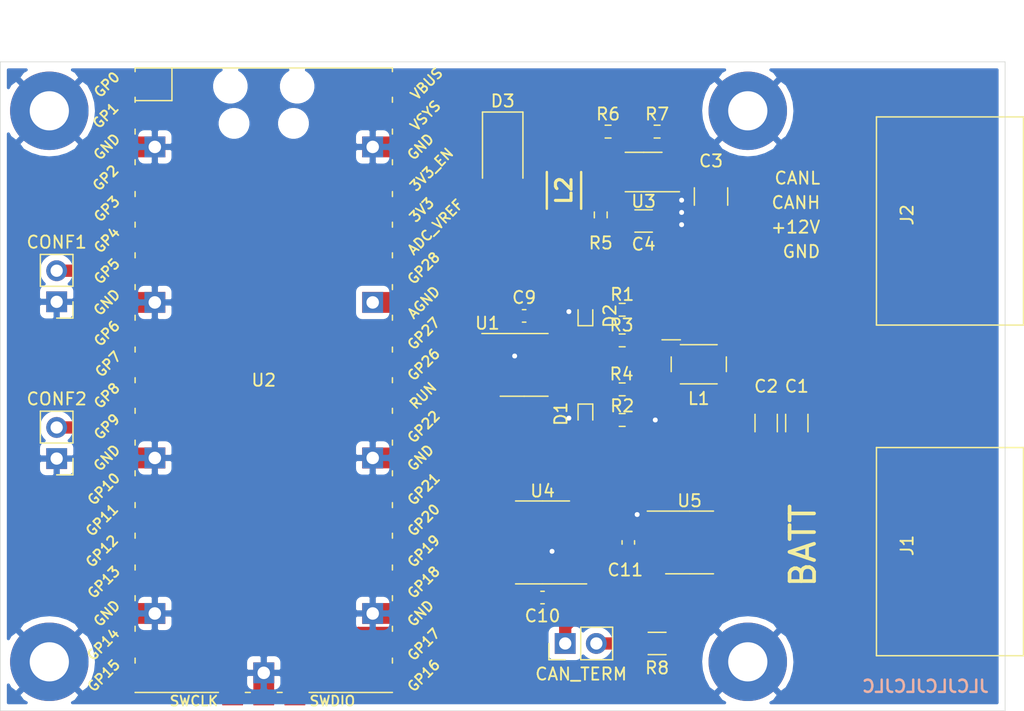
<source format=kicad_pcb>
(kicad_pcb (version 20171130) (host pcbnew 5.1.11-e4df9d881f~92~ubuntu20.04.1)

  (general
    (thickness 1.6)
    (drawings 10)
    (tracks 202)
    (zones 0)
    (modules 34)
    (nets 54)
  )

  (page A4)
  (layers
    (0 F.Cu signal)
    (31 B.Cu signal)
    (32 B.Adhes user)
    (33 F.Adhes user)
    (34 B.Paste user)
    (35 F.Paste user)
    (36 B.SilkS user)
    (37 F.SilkS user)
    (38 B.Mask user)
    (39 F.Mask user)
    (40 Dwgs.User user)
    (41 Cmts.User user)
    (42 Eco1.User user)
    (43 Eco2.User user)
    (44 Edge.Cuts user)
    (45 Margin user)
    (46 B.CrtYd user)
    (47 F.CrtYd user)
    (48 B.Fab user)
    (49 F.Fab user)
  )

  (setup
    (last_trace_width 0.25)
    (user_trace_width 0.4)
    (user_trace_width 1)
    (user_trace_width 1.5)
    (trace_clearance 0.2)
    (zone_clearance 0)
    (zone_45_only no)
    (trace_min 0.2)
    (via_size 0.8)
    (via_drill 0.4)
    (via_min_size 0.4)
    (via_min_drill 0.3)
    (uvia_size 0.3)
    (uvia_drill 0.1)
    (uvias_allowed no)
    (uvia_min_size 0.2)
    (uvia_min_drill 0.1)
    (edge_width 0.05)
    (segment_width 0.2)
    (pcb_text_width 0.3)
    (pcb_text_size 1.5 1.5)
    (mod_edge_width 0.12)
    (mod_text_size 1 1)
    (mod_text_width 0.15)
    (pad_size 1.524 1.524)
    (pad_drill 0.762)
    (pad_to_mask_clearance 0)
    (aux_axis_origin 0 0)
    (visible_elements FFFFFF7F)
    (pcbplotparams
      (layerselection 0x010f0_ffffffff)
      (usegerberextensions false)
      (usegerberattributes true)
      (usegerberadvancedattributes true)
      (creategerberjobfile true)
      (excludeedgelayer true)
      (linewidth 0.100000)
      (plotframeref false)
      (viasonmask false)
      (mode 1)
      (useauxorigin false)
      (hpglpennumber 1)
      (hpglpenspeed 20)
      (hpglpendiameter 15.000000)
      (psnegative false)
      (psa4output false)
      (plotreference true)
      (plotvalue true)
      (plotinvisibletext false)
      (padsonsilk false)
      (subtractmaskfromsilk false)
      (outputformat 1)
      (mirror false)
      (drillshape 0)
      (scaleselection 1)
      (outputdirectory "output/"))
  )

  (net 0 "")
  (net 1 GND)
  (net 2 SPI_MISO)
  (net 3 SPI_CS)
  (net 4 SPI_CLK)
  (net 5 SPI_MOSI)
  (net 6 8Mhz)
  (net 7 CAN_INT)
  (net 8 +3V3)
  (net 9 "Net-(D2-Pad1)")
  (net 10 TXD)
  (net 11 TXE)
  (net 12 RXD)
  (net 13 RXCAN)
  (net 14 TXCAN)
  (net 15 +5V)
  (net 16 "Net-(D1-Pad1)")
  (net 17 +12V)
  (net 18 D-)
  (net 19 D+)
  (net 20 CANL)
  (net 21 CANH)
  (net 22 "Net-(D3-Pad1)")
  (net 23 "Net-(U2-Pad33)")
  (net 24 "Net-(C1-Pad2)")
  (net 25 "Net-(C2-Pad2)")
  (net 26 "Net-(R5-Pad1)")
  (net 27 "Net-(R6-Pad2)")
  (net 28 "Net-(L2-Pad2)")
  (net 29 "Net-(J3-Pad2)")
  (net 30 "Net-(J4-Pad2)")
  (net 31 "Net-(J5-Pad2)")
  (net 32 "Net-(L1-Pad1)")
  (net 33 "Net-(L1-Pad2)")
  (net 34 "Net-(U2-Pad43)")
  (net 35 "Net-(U2-Pad41)")
  (net 36 "Net-(U2-Pad30)")
  (net 37 "Net-(U2-Pad35)")
  (net 38 "Net-(U2-Pad37)")
  (net 39 "Net-(U2-Pad40)")
  (net 40 "Net-(U2-Pad20)")
  (net 41 "Net-(U2-Pad19)")
  (net 42 "Net-(U2-Pad17)")
  (net 43 "Net-(U2-Pad16)")
  (net 44 "Net-(U2-Pad15)")
  (net 45 "Net-(U2-Pad14)")
  (net 46 "Net-(U2-Pad11)")
  (net 47 "Net-(U2-Pad10)")
  (net 48 "Net-(U2-Pad9)")
  (net 49 "Net-(U2-Pad6)")
  (net 50 "Net-(U2-Pad5)")
  (net 51 "Net-(U2-Pad4)")
  (net 52 "Net-(U2-Pad2)")
  (net 53 "Net-(U2-Pad1)")

  (net_class Default "This is the default net class."
    (clearance 0.2)
    (trace_width 0.25)
    (via_dia 0.8)
    (via_drill 0.4)
    (uvia_dia 0.3)
    (uvia_drill 0.1)
    (add_net +12V)
    (add_net +3V3)
    (add_net +5V)
    (add_net 8Mhz)
    (add_net CANH)
    (add_net CANL)
    (add_net CAN_INT)
    (add_net GND)
    (add_net "Net-(C1-Pad2)")
    (add_net "Net-(C2-Pad2)")
    (add_net "Net-(D1-Pad1)")
    (add_net "Net-(D2-Pad1)")
    (add_net "Net-(D3-Pad1)")
    (add_net "Net-(J1-Pad3)")
    (add_net "Net-(J1-Pad4)")
    (add_net "Net-(J3-Pad2)")
    (add_net "Net-(J4-Pad2)")
    (add_net "Net-(J5-Pad2)")
    (add_net "Net-(L1-Pad1)")
    (add_net "Net-(L1-Pad2)")
    (add_net "Net-(L2-Pad2)")
    (add_net "Net-(R5-Pad1)")
    (add_net "Net-(R6-Pad2)")
    (add_net "Net-(U2-Pad1)")
    (add_net "Net-(U2-Pad10)")
    (add_net "Net-(U2-Pad11)")
    (add_net "Net-(U2-Pad14)")
    (add_net "Net-(U2-Pad15)")
    (add_net "Net-(U2-Pad16)")
    (add_net "Net-(U2-Pad17)")
    (add_net "Net-(U2-Pad19)")
    (add_net "Net-(U2-Pad2)")
    (add_net "Net-(U2-Pad20)")
    (add_net "Net-(U2-Pad30)")
    (add_net "Net-(U2-Pad33)")
    (add_net "Net-(U2-Pad35)")
    (add_net "Net-(U2-Pad37)")
    (add_net "Net-(U2-Pad4)")
    (add_net "Net-(U2-Pad40)")
    (add_net "Net-(U2-Pad41)")
    (add_net "Net-(U2-Pad43)")
    (add_net "Net-(U2-Pad5)")
    (add_net "Net-(U2-Pad6)")
    (add_net "Net-(U2-Pad9)")
    (add_net "Net-(U4-Pad11)")
    (add_net "Net-(U4-Pad12)")
    (add_net "Net-(U4-Pad15)")
    (add_net "Net-(U4-Pad3)")
    (add_net "Net-(U4-Pad4)")
    (add_net "Net-(U4-Pad5)")
    (add_net "Net-(U4-Pad6)")
    (add_net "Net-(U4-Pad7)")
    (add_net "Net-(U4-Pad8)")
    (add_net "Net-(U5-Pad5)")
    (add_net RXCAN)
    (add_net RXD)
    (add_net SPI_CLK)
    (add_net SPI_CS)
    (add_net SPI_MISO)
    (add_net SPI_MOSI)
    (add_net TXCAN)
    (add_net TXD)
    (add_net TXE)
  )

  (net_class Diff ""
    (clearance 0.2)
    (trace_width 1)
    (via_dia 0.8)
    (via_drill 0.4)
    (uvia_dia 0.3)
    (uvia_drill 0.1)
    (diff_pair_width 1)
    (diff_pair_gap 0.25)
    (add_net D+)
    (add_net D-)
  )

  (module footprints:RPi_Pico_SMD_TH (layer F.Cu) (tedit 6190FE74) (tstamp 6174EDDA)
    (at 130.5 88)
    (descr "Through hole straight pin header, 2x20, 2.54mm pitch, double rows")
    (tags "Through hole pin header THT 2x20 2.54mm double row")
    (path /6171CBAA)
    (fp_text reference U2 (at 0 0) (layer F.SilkS)
      (effects (font (size 1 1) (thickness 0.15)))
    )
    (fp_text value Pico (at 0 2.159) (layer F.Fab)
      (effects (font (size 1 1) (thickness 0.15)))
    )
    (fp_text user "Copper Keepouts shown on Dwgs layer" (at 0.1 -30.2) (layer Cmts.User)
      (effects (font (size 1 1) (thickness 0.15)))
    )
    (fp_text user SWDIO (at 5.6 26.2) (layer F.SilkS)
      (effects (font (size 0.8 0.8) (thickness 0.15)))
    )
    (fp_text user SWCLK (at -5.7 26.2) (layer F.SilkS)
      (effects (font (size 0.8 0.8) (thickness 0.15)))
    )
    (fp_text user AGND (at 13.054 -6.35 45) (layer F.SilkS)
      (effects (font (size 0.8 0.8) (thickness 0.15)))
    )
    (fp_text user GND (at 12.8 -19.05 45) (layer F.SilkS)
      (effects (font (size 0.8 0.8) (thickness 0.15)))
    )
    (fp_text user GND (at 12.8 6.35 45) (layer F.SilkS)
      (effects (font (size 0.8 0.8) (thickness 0.15)))
    )
    (fp_text user GND (at 12.8 19.05 45) (layer F.SilkS)
      (effects (font (size 0.8 0.8) (thickness 0.15)))
    )
    (fp_text user GND (at -12.8 19.05 45) (layer F.SilkS)
      (effects (font (size 0.8 0.8) (thickness 0.15)))
    )
    (fp_text user GND (at -12.8 6.35 45) (layer F.SilkS)
      (effects (font (size 0.8 0.8) (thickness 0.15)))
    )
    (fp_text user GND (at -12.8 -6.35 45) (layer F.SilkS)
      (effects (font (size 0.8 0.8) (thickness 0.15)))
    )
    (fp_text user GND (at -12.8 -19.05 45) (layer F.SilkS)
      (effects (font (size 0.8 0.8) (thickness 0.15)))
    )
    (fp_text user VBUS (at 13.3 -24.2 45) (layer F.SilkS)
      (effects (font (size 0.8 0.8) (thickness 0.15)))
    )
    (fp_text user VSYS (at 13.2 -21.59 45) (layer F.SilkS)
      (effects (font (size 0.8 0.8) (thickness 0.15)))
    )
    (fp_text user 3V3_EN (at 13.7 -17.2 45) (layer F.SilkS)
      (effects (font (size 0.8 0.8) (thickness 0.15)))
    )
    (fp_text user 3V3 (at 12.9 -13.9 45) (layer F.SilkS)
      (effects (font (size 0.8 0.8) (thickness 0.15)))
    )
    (fp_text user ADC_VREF (at 14 -12.5 45) (layer F.SilkS)
      (effects (font (size 0.8 0.8) (thickness 0.15)))
    )
    (fp_text user GP28 (at 13.054 -9.144 45) (layer F.SilkS)
      (effects (font (size 0.8 0.8) (thickness 0.15)))
    )
    (fp_text user GP27 (at 13.054 -3.8 45) (layer F.SilkS)
      (effects (font (size 0.8 0.8) (thickness 0.15)))
    )
    (fp_text user GP26 (at 13.054 -1.27 45) (layer F.SilkS)
      (effects (font (size 0.8 0.8) (thickness 0.15)))
    )
    (fp_text user RUN (at 13 1.27 45) (layer F.SilkS)
      (effects (font (size 0.8 0.8) (thickness 0.15)))
    )
    (fp_text user GP22 (at 13.054 3.81 45) (layer F.SilkS)
      (effects (font (size 0.8 0.8) (thickness 0.15)))
    )
    (fp_text user GP21 (at 13.054 8.9 45) (layer F.SilkS)
      (effects (font (size 0.8 0.8) (thickness 0.15)))
    )
    (fp_text user GP20 (at 13.054 11.43 45) (layer F.SilkS)
      (effects (font (size 0.8 0.8) (thickness 0.15)))
    )
    (fp_text user GP19 (at 13.054 13.97 45) (layer F.SilkS)
      (effects (font (size 0.8 0.8) (thickness 0.15)))
    )
    (fp_text user GP18 (at 13.054 16.51 45) (layer F.SilkS)
      (effects (font (size 0.8 0.8) (thickness 0.15)))
    )
    (fp_text user GP17 (at 13.054 21.59 45) (layer F.SilkS)
      (effects (font (size 0.8 0.8) (thickness 0.15)))
    )
    (fp_text user GP16 (at 13.054 24.13 45) (layer F.SilkS)
      (effects (font (size 0.8 0.8) (thickness 0.15)))
    )
    (fp_text user GP15 (at -13.054 24.13 45) (layer F.SilkS)
      (effects (font (size 0.8 0.8) (thickness 0.15)))
    )
    (fp_text user GP14 (at -13.1 21.59 45) (layer F.SilkS)
      (effects (font (size 0.8 0.8) (thickness 0.15)))
    )
    (fp_text user GP13 (at -13.054 16.51 45) (layer F.SilkS)
      (effects (font (size 0.8 0.8) (thickness 0.15)))
    )
    (fp_text user GP12 (at -13.2 13.97 45) (layer F.SilkS)
      (effects (font (size 0.8 0.8) (thickness 0.15)))
    )
    (fp_text user GP11 (at -13.2 11.43 45) (layer F.SilkS)
      (effects (font (size 0.8 0.8) (thickness 0.15)))
    )
    (fp_text user GP10 (at -13.054 8.89 45) (layer F.SilkS)
      (effects (font (size 0.8 0.8) (thickness 0.15)))
    )
    (fp_text user GP9 (at -12.8 3.81 45) (layer F.SilkS)
      (effects (font (size 0.8 0.8) (thickness 0.15)))
    )
    (fp_text user GP8 (at -12.8 1.27 45) (layer F.SilkS)
      (effects (font (size 0.8 0.8) (thickness 0.15)))
    )
    (fp_text user GP7 (at -12.7 -1.3 45) (layer F.SilkS)
      (effects (font (size 0.8 0.8) (thickness 0.15)))
    )
    (fp_text user GP6 (at -12.8 -3.81 45) (layer F.SilkS)
      (effects (font (size 0.8 0.8) (thickness 0.15)))
    )
    (fp_text user GP5 (at -12.8 -8.89 45) (layer F.SilkS)
      (effects (font (size 0.8 0.8) (thickness 0.15)))
    )
    (fp_text user GP4 (at -12.8 -11.43 45) (layer F.SilkS)
      (effects (font (size 0.8 0.8) (thickness 0.15)))
    )
    (fp_text user GP3 (at -12.8 -13.97 45) (layer F.SilkS)
      (effects (font (size 0.8 0.8) (thickness 0.15)))
    )
    (fp_text user GP0 (at -12.8 -24.13 45) (layer F.SilkS)
      (effects (font (size 0.8 0.8) (thickness 0.15)))
    )
    (fp_text user GP2 (at -12.9 -16.51 45) (layer F.SilkS)
      (effects (font (size 0.8 0.8) (thickness 0.15)))
    )
    (fp_text user GP1 (at -12.9 -21.6 45) (layer F.SilkS)
      (effects (font (size 0.8 0.8) (thickness 0.15)))
    )
    (fp_text user %R (at 0 0 180) (layer F.Fab)
      (effects (font (size 1 1) (thickness 0.15)))
    )
    (fp_line (start 1.1 25.5) (end 1.5 25.5) (layer F.SilkS) (width 0.12))
    (fp_line (start -1.5 25.5) (end -1.1 25.5) (layer F.SilkS) (width 0.12))
    (fp_line (start 10.5 25.5) (end 3.7 25.5) (layer F.SilkS) (width 0.12))
    (fp_line (start 10.5 15.1) (end 10.5 15.5) (layer F.SilkS) (width 0.12))
    (fp_line (start 10.5 7.4) (end 10.5 7.8) (layer F.SilkS) (width 0.12))
    (fp_line (start 10.5 -18) (end 10.5 -17.6) (layer F.SilkS) (width 0.12))
    (fp_line (start 10.5 -25.5) (end 10.5 -25.2) (layer F.SilkS) (width 0.12))
    (fp_line (start 10.5 -2.7) (end 10.5 -2.3) (layer F.SilkS) (width 0.12))
    (fp_line (start 10.5 12.5) (end 10.5 12.9) (layer F.SilkS) (width 0.12))
    (fp_line (start 10.5 -7.8) (end 10.5 -7.4) (layer F.SilkS) (width 0.12))
    (fp_line (start 10.5 -12.9) (end 10.5 -12.5) (layer F.SilkS) (width 0.12))
    (fp_line (start 10.5 -0.2) (end 10.5 0.2) (layer F.SilkS) (width 0.12))
    (fp_line (start 10.5 4.9) (end 10.5 5.3) (layer F.SilkS) (width 0.12))
    (fp_line (start 10.5 20.1) (end 10.5 20.5) (layer F.SilkS) (width 0.12))
    (fp_line (start 10.5 22.7) (end 10.5 23.1) (layer F.SilkS) (width 0.12))
    (fp_line (start 10.5 17.6) (end 10.5 18) (layer F.SilkS) (width 0.12))
    (fp_line (start 10.5 -15.4) (end 10.5 -15) (layer F.SilkS) (width 0.12))
    (fp_line (start 10.5 -23.1) (end 10.5 -22.7) (layer F.SilkS) (width 0.12))
    (fp_line (start 10.5 -20.5) (end 10.5 -20.1) (layer F.SilkS) (width 0.12))
    (fp_line (start 10.5 10) (end 10.5 10.4) (layer F.SilkS) (width 0.12))
    (fp_line (start 10.5 2.3) (end 10.5 2.7) (layer F.SilkS) (width 0.12))
    (fp_line (start 10.5 -5.3) (end 10.5 -4.9) (layer F.SilkS) (width 0.12))
    (fp_line (start 10.5 -10.4) (end 10.5 -10) (layer F.SilkS) (width 0.12))
    (fp_line (start -10.5 22.7) (end -10.5 23.1) (layer F.SilkS) (width 0.12))
    (fp_line (start -10.5 20.1) (end -10.5 20.5) (layer F.SilkS) (width 0.12))
    (fp_line (start -10.5 17.6) (end -10.5 18) (layer F.SilkS) (width 0.12))
    (fp_line (start -10.5 15.1) (end -10.5 15.5) (layer F.SilkS) (width 0.12))
    (fp_line (start -10.5 12.5) (end -10.5 12.9) (layer F.SilkS) (width 0.12))
    (fp_line (start -10.5 10) (end -10.5 10.4) (layer F.SilkS) (width 0.12))
    (fp_line (start -10.5 7.4) (end -10.5 7.8) (layer F.SilkS) (width 0.12))
    (fp_line (start -10.5 4.9) (end -10.5 5.3) (layer F.SilkS) (width 0.12))
    (fp_line (start -10.5 2.3) (end -10.5 2.7) (layer F.SilkS) (width 0.12))
    (fp_line (start -10.5 -0.2) (end -10.5 0.2) (layer F.SilkS) (width 0.12))
    (fp_line (start -10.5 -2.7) (end -10.5 -2.3) (layer F.SilkS) (width 0.12))
    (fp_line (start -10.5 -5.3) (end -10.5 -4.9) (layer F.SilkS) (width 0.12))
    (fp_line (start -10.5 -7.8) (end -10.5 -7.4) (layer F.SilkS) (width 0.12))
    (fp_line (start -10.5 -10.4) (end -10.5 -10) (layer F.SilkS) (width 0.12))
    (fp_line (start -10.5 -12.9) (end -10.5 -12.5) (layer F.SilkS) (width 0.12))
    (fp_line (start -10.5 -15.4) (end -10.5 -15) (layer F.SilkS) (width 0.12))
    (fp_line (start -10.5 -18) (end -10.5 -17.6) (layer F.SilkS) (width 0.12))
    (fp_line (start -10.5 -20.5) (end -10.5 -20.1) (layer F.SilkS) (width 0.12))
    (fp_line (start -10.5 -23.1) (end -10.5 -22.7) (layer F.SilkS) (width 0.12))
    (fp_line (start -10.5 -25.5) (end -10.5 -25.2) (layer F.SilkS) (width 0.12))
    (fp_line (start -7.493 -22.833) (end -7.493 -25.5) (layer F.SilkS) (width 0.12))
    (fp_line (start -10.5 -22.833) (end -7.493 -22.833) (layer F.SilkS) (width 0.12))
    (fp_line (start -3.7 25.5) (end -10.5 25.5) (layer F.SilkS) (width 0.12))
    (fp_line (start -10.5 -25.5) (end 10.5 -25.5) (layer F.SilkS) (width 0.12))
    (fp_line (start -11 26) (end -11 -26) (layer F.CrtYd) (width 0.12))
    (fp_line (start 11 26) (end -11 26) (layer F.CrtYd) (width 0.12))
    (fp_line (start 11 -26) (end 11 26) (layer F.CrtYd) (width 0.12))
    (fp_line (start -11 -26) (end 11 -26) (layer F.CrtYd) (width 0.12))
    (fp_line (start -10.5 -24.2) (end -9.2 -25.5) (layer F.Fab) (width 0.12))
    (fp_line (start -10.5 25.5) (end -10.5 -25.5) (layer F.Fab) (width 0.12))
    (fp_line (start 10.5 25.5) (end -10.5 25.5) (layer F.Fab) (width 0.12))
    (fp_line (start 10.5 -25.5) (end 10.5 25.5) (layer F.Fab) (width 0.12))
    (fp_line (start -10.5 -25.5) (end 10.5 -25.5) (layer F.Fab) (width 0.12))
    (fp_poly (pts (xy -1.5 -16.5) (xy -3.5 -16.5) (xy -3.5 -18.5) (xy -1.5 -18.5)) (layer Dwgs.User) (width 0.1))
    (fp_poly (pts (xy -1.5 -14) (xy -3.5 -14) (xy -3.5 -16) (xy -1.5 -16)) (layer Dwgs.User) (width 0.1))
    (fp_poly (pts (xy -1.5 -11.5) (xy -3.5 -11.5) (xy -3.5 -13.5) (xy -1.5 -13.5)) (layer Dwgs.User) (width 0.1))
    (fp_poly (pts (xy 3.7 -20.2) (xy -3.7 -20.2) (xy -3.7 -24.9) (xy 3.7 -24.9)) (layer Dwgs.User) (width 0.1))
    (pad 43 smd rect (at 2.54 23.9 90) (size 3.5 1.7) (drill (offset -0.9 0)) (layers F.Cu F.Mask)
      (net 34 "Net-(U2-Pad43)"))
    (pad 42 thru_hole rect (at 0 23.9) (size 1.7 1.7) (drill 1.02) (layers *.Cu *.Mask)
      (net 1 GND))
    (pad 42 smd rect (at 0 23.9 90) (size 3.5 1.7) (drill (offset -0.9 0)) (layers F.Cu F.Mask)
      (net 1 GND))
    (pad 41 smd rect (at -2.54 23.9 90) (size 3.5 1.7) (drill (offset -0.9 0)) (layers F.Cu F.Mask)
      (net 35 "Net-(U2-Pad41)"))
    (pad "" np_thru_hole oval (at 2.425 -20.97) (size 1.5 1.5) (drill 1.5) (layers *.Cu *.Mask))
    (pad "" np_thru_hole oval (at -2.425 -20.97) (size 1.5 1.5) (drill 1.5) (layers *.Cu *.Mask))
    (pad "" np_thru_hole oval (at 2.725 -24) (size 1.8 1.8) (drill 1.8) (layers *.Cu *.Mask))
    (pad "" np_thru_hole oval (at -2.725 -24) (size 1.8 1.8) (drill 1.8) (layers *.Cu *.Mask))
    (pad 21 smd rect (at 8.89 24.13) (size 3.5 1.7) (drill (offset 0.9 0)) (layers F.Cu F.Mask)
      (net 2 SPI_MISO))
    (pad 22 smd rect (at 8.89 21.59) (size 3.5 1.7) (drill (offset 0.9 0)) (layers F.Cu F.Mask)
      (net 3 SPI_CS))
    (pad 23 smd rect (at 8.89 19.05) (size 3.5 1.7) (drill (offset 0.9 0)) (layers F.Cu F.Mask)
      (net 1 GND))
    (pad 24 smd rect (at 8.89 16.51) (size 3.5 1.7) (drill (offset 0.9 0)) (layers F.Cu F.Mask)
      (net 4 SPI_CLK))
    (pad 25 smd rect (at 8.89 13.97) (size 3.5 1.7) (drill (offset 0.9 0)) (layers F.Cu F.Mask)
      (net 5 SPI_MOSI))
    (pad 26 smd rect (at 8.89 11.43) (size 3.5 1.7) (drill (offset 0.9 0)) (layers F.Cu F.Mask)
      (net 7 CAN_INT))
    (pad 27 smd rect (at 8.89 8.89) (size 3.5 1.7) (drill (offset 0.9 0)) (layers F.Cu F.Mask)
      (net 6 8Mhz))
    (pad 28 smd rect (at 8.89 6.35) (size 3.5 1.7) (drill (offset 0.9 0)) (layers F.Cu F.Mask)
      (net 1 GND))
    (pad 29 smd rect (at 8.89 3.81) (size 3.5 1.7) (drill (offset 0.9 0)) (layers F.Cu F.Mask)
      (net 8 +3V3))
    (pad 30 smd rect (at 8.89 1.27) (size 3.5 1.7) (drill (offset 0.9 0)) (layers F.Cu F.Mask)
      (net 36 "Net-(U2-Pad30)"))
    (pad 31 smd rect (at 8.89 -1.27) (size 3.5 1.7) (drill (offset 0.9 0)) (layers F.Cu F.Mask)
      (net 10 TXD))
    (pad 32 smd rect (at 8.89 -3.81) (size 3.5 1.7) (drill (offset 0.9 0)) (layers F.Cu F.Mask)
      (net 11 TXE))
    (pad 33 smd rect (at 8.89 -6.35) (size 3.5 1.7) (drill (offset 0.9 0)) (layers F.Cu F.Mask)
      (net 23 "Net-(U2-Pad33)"))
    (pad 34 smd rect (at 8.89 -8.89) (size 3.5 1.7) (drill (offset 0.9 0)) (layers F.Cu F.Mask)
      (net 12 RXD))
    (pad 35 smd rect (at 8.89 -11.43) (size 3.5 1.7) (drill (offset 0.9 0)) (layers F.Cu F.Mask)
      (net 37 "Net-(U2-Pad35)"))
    (pad 36 smd rect (at 8.89 -13.97) (size 3.5 1.7) (drill (offset 0.9 0)) (layers F.Cu F.Mask)
      (net 8 +3V3))
    (pad 37 smd rect (at 8.89 -16.51) (size 3.5 1.7) (drill (offset 0.9 0)) (layers F.Cu F.Mask)
      (net 38 "Net-(U2-Pad37)"))
    (pad 38 smd rect (at 8.89 -19.05) (size 3.5 1.7) (drill (offset 0.9 0)) (layers F.Cu F.Mask)
      (net 1 GND))
    (pad 39 smd rect (at 8.89 -21.59) (size 3.5 1.7) (drill (offset 0.9 0)) (layers F.Cu F.Mask)
      (net 22 "Net-(D3-Pad1)"))
    (pad 40 smd rect (at 8.89 -24.13) (size 3.5 1.7) (drill (offset 0.9 0)) (layers F.Cu F.Mask)
      (net 39 "Net-(U2-Pad40)"))
    (pad 20 smd rect (at -8.89 24.13) (size 3.5 1.7) (drill (offset -0.9 0)) (layers F.Cu F.Mask)
      (net 40 "Net-(U2-Pad20)"))
    (pad 19 smd rect (at -8.89 21.59) (size 3.5 1.7) (drill (offset -0.9 0)) (layers F.Cu F.Mask)
      (net 41 "Net-(U2-Pad19)"))
    (pad 18 smd rect (at -8.89 19.05) (size 3.5 1.7) (drill (offset -0.9 0)) (layers F.Cu F.Mask)
      (net 1 GND))
    (pad 17 smd rect (at -8.89 16.51) (size 3.5 1.7) (drill (offset -0.9 0)) (layers F.Cu F.Mask)
      (net 42 "Net-(U2-Pad17)"))
    (pad 16 smd rect (at -8.89 13.97) (size 3.5 1.7) (drill (offset -0.9 0)) (layers F.Cu F.Mask)
      (net 43 "Net-(U2-Pad16)"))
    (pad 15 smd rect (at -8.89 11.43) (size 3.5 1.7) (drill (offset -0.9 0)) (layers F.Cu F.Mask)
      (net 44 "Net-(U2-Pad15)"))
    (pad 14 smd rect (at -8.89 8.89) (size 3.5 1.7) (drill (offset -0.9 0)) (layers F.Cu F.Mask)
      (net 45 "Net-(U2-Pad14)"))
    (pad 13 smd rect (at -8.89 6.35) (size 3.5 1.7) (drill (offset -0.9 0)) (layers F.Cu F.Mask)
      (net 1 GND))
    (pad 12 smd rect (at -8.89 3.81) (size 3.5 1.7) (drill (offset -0.9 0)) (layers F.Cu F.Mask)
      (net 30 "Net-(J4-Pad2)"))
    (pad 11 smd rect (at -8.89 1.27) (size 3.5 1.7) (drill (offset -0.9 0)) (layers F.Cu F.Mask)
      (net 46 "Net-(U2-Pad11)"))
    (pad 10 smd rect (at -8.89 -1.27) (size 3.5 1.7) (drill (offset -0.9 0)) (layers F.Cu F.Mask)
      (net 47 "Net-(U2-Pad10)"))
    (pad 9 smd rect (at -8.89 -3.81) (size 3.5 1.7) (drill (offset -0.9 0)) (layers F.Cu F.Mask)
      (net 48 "Net-(U2-Pad9)"))
    (pad 8 smd rect (at -8.89 -6.35) (size 3.5 1.7) (drill (offset -0.9 0)) (layers F.Cu F.Mask)
      (net 1 GND))
    (pad 7 smd rect (at -8.89 -8.89) (size 3.5 1.7) (drill (offset -0.9 0)) (layers F.Cu F.Mask)
      (net 29 "Net-(J3-Pad2)"))
    (pad 6 smd rect (at -8.89 -11.43) (size 3.5 1.7) (drill (offset -0.9 0)) (layers F.Cu F.Mask)
      (net 49 "Net-(U2-Pad6)"))
    (pad 5 smd rect (at -8.89 -13.97) (size 3.5 1.7) (drill (offset -0.9 0)) (layers F.Cu F.Mask)
      (net 50 "Net-(U2-Pad5)"))
    (pad 4 smd rect (at -8.89 -16.51) (size 3.5 1.7) (drill (offset -0.9 0)) (layers F.Cu F.Mask)
      (net 51 "Net-(U2-Pad4)"))
    (pad 3 smd rect (at -8.89 -19.05) (size 3.5 1.7) (drill (offset -0.9 0)) (layers F.Cu F.Mask)
      (net 1 GND))
    (pad 2 smd rect (at -8.89 -21.59) (size 3.5 1.7) (drill (offset -0.9 0)) (layers F.Cu F.Mask)
      (net 52 "Net-(U2-Pad2)"))
    (pad 1 smd rect (at -8.89 -24.13) (size 3.5 1.7) (drill (offset -0.9 0)) (layers F.Cu F.Mask)
      (net 53 "Net-(U2-Pad1)"))
    (pad 38 thru_hole rect (at 8.89 -19.05) (size 1.7 1.7) (drill 1.02) (layers *.Cu *.Mask)
      (net 1 GND))
    (pad 33 thru_hole rect (at 8.89 -6.35) (size 1.7 1.7) (drill 1.02) (layers *.Cu *.Mask)
      (net 23 "Net-(U2-Pad33)"))
    (pad 28 thru_hole rect (at 8.89 6.35) (size 1.7 1.7) (drill 1.02) (layers *.Cu *.Mask)
      (net 1 GND))
    (pad 23 thru_hole rect (at 8.89 19.05) (size 1.7 1.7) (drill 1.02) (layers *.Cu *.Mask)
      (net 1 GND))
    (pad 18 thru_hole rect (at -8.89 19.05) (size 1.7 1.7) (drill 1.02) (layers *.Cu *.Mask)
      (net 1 GND))
    (pad 13 thru_hole rect (at -8.89 6.35) (size 1.7 1.7) (drill 1.02) (layers *.Cu *.Mask)
      (net 1 GND))
    (pad 8 thru_hole rect (at -8.89 -6.35) (size 1.7 1.7) (drill 1.02) (layers *.Cu *.Mask)
      (net 1 GND))
    (pad 3 thru_hole rect (at -8.89 -19.05) (size 1.7 1.7) (drill 1.02) (layers *.Cu *.Mask)
      (net 1 GND))
  )

  (module footprints:1227ASH100MP2 (layer F.Cu) (tedit 0) (tstamp 6174F1FE)
    (at 155 72.5 90)
    (descr "1211 (3028) T=1.8mm")
    (tags Inductor)
    (path /61754A5C)
    (attr smd)
    (fp_text reference L2 (at 0 0 90) (layer F.SilkS)
      (effects (font (size 1.27 1.27) (thickness 0.254)))
    )
    (fp_text value 2.2u (at 0 0 90) (layer F.SilkS) hide
      (effects (font (size 1.27 1.27) (thickness 0.254)))
    )
    (fp_text user %R (at 0 0 90) (layer F.Fab)
      (effects (font (size 1.27 1.27) (thickness 0.254)))
    )
    (fp_line (start -2.375 -1.75) (end 2.375 -1.75) (layer F.CrtYd) (width 0.05))
    (fp_line (start 2.375 -1.75) (end 2.375 1.75) (layer F.CrtYd) (width 0.05))
    (fp_line (start 2.375 1.75) (end -2.375 1.75) (layer F.CrtYd) (width 0.05))
    (fp_line (start -2.375 1.75) (end -2.375 -1.75) (layer F.CrtYd) (width 0.05))
    (fp_line (start -1.5 -1.4) (end 1.5 -1.4) (layer F.Fab) (width 0.1))
    (fp_line (start 1.5 -1.4) (end 1.5 1.4) (layer F.Fab) (width 0.1))
    (fp_line (start 1.5 1.4) (end -1.5 1.4) (layer F.Fab) (width 0.1))
    (fp_line (start -1.5 1.4) (end -1.5 -1.4) (layer F.Fab) (width 0.1))
    (fp_line (start 1.5 -1.4) (end -1.5 -1.4) (layer F.SilkS) (width 0.2))
    (fp_line (start -1.5 1.4) (end 1.5 1.4) (layer F.SilkS) (width 0.2))
    (pad 2 smd rect (at 1.35 0 90) (size 0.9 1.2) (layers F.Cu F.Paste F.Mask)
      (net 28 "Net-(L2-Pad2)"))
    (pad 1 smd rect (at -1.35 0 90) (size 0.9 1.2) (layers F.Cu F.Paste F.Mask)
      (net 15 +5V))
    (model C:\users\charlie\Desktop\SamacSys_Parts.3dshapes\1227AS-H-2R2M=P2.stp
      (at (xyz 0 0 0))
      (scale (xyz 1 1 1))
      (rotate (xyz 0 0 0))
    )
  )

  (module footprints:ACT45B-101-2P-TL003 (layer F.Cu) (tedit 617607E2) (tstamp 61760C9C)
    (at 166 86.7)
    (path /61661A9D)
    (fp_text reference L1 (at 0 2.8) (layer F.SilkS)
      (effects (font (size 1 1) (thickness 0.15)))
    )
    (fp_text value ACT45B-101-2P-TL003 (at 0 -3) (layer F.Fab)
      (effects (font (size 1 1) (thickness 0.15)))
    )
    (fp_line (start -3 -2) (end -1.5 -2) (layer F.SilkS) (width 0.12))
    (fp_line (start -3.5 -2.5) (end 3.5 -2.5) (layer F.CrtYd) (width 0.12))
    (fp_line (start -3.5 2.5) (end -3.5 -2.5) (layer F.CrtYd) (width 0.12))
    (fp_line (start 3.5 2.5) (end -3.5 2.5) (layer F.CrtYd) (width 0.12))
    (fp_line (start 3.5 -2.5) (end 3.5 2.5) (layer F.CrtYd) (width 0.12))
    (fp_line (start -1.5 -1.6) (end 1.5 -1.6) (layer F.SilkS) (width 0.12))
    (fp_line (start -2.25 0.6) (end -2.25 -0.6) (layer F.SilkS) (width 0.12))
    (fp_line (start 1.5 1.6) (end -1.5 1.6) (layer F.SilkS) (width 0.12))
    (fp_line (start 2.25 -0.6) (end 2.25 0.6) (layer F.SilkS) (width 0.12))
    (pad 2 smd rect (at -2.275 1.25) (size 1.35 0.9) (layers F.Cu F.Paste F.Mask)
      (net 33 "Net-(L1-Pad2)"))
    (pad 3 smd rect (at 2.275 -1.25) (size 1.35 0.9) (layers F.Cu F.Paste F.Mask)
      (net 24 "Net-(C1-Pad2)"))
    (pad 1 smd rect (at -2.275 -1.25) (size 1.35 0.9) (layers F.Cu F.Paste F.Mask)
      (net 32 "Net-(L1-Pad1)"))
    (pad 4 smd rect (at 2.275 1.25) (size 1.35 0.9) (layers F.Cu F.Paste F.Mask)
      (net 25 "Net-(C2-Pad2)"))
  )

  (module footprints:SM04B1-CPTK-1A (layer F.Cu) (tedit 61732AE4) (tstamp 617509DB)
    (at 182.5 74.5 90)
    (path /6189B0FC)
    (fp_text reference J2 (at 0 0.5 90) (layer F.SilkS)
      (effects (font (size 1 1) (thickness 0.15)))
    )
    (fp_text value Conn_01x04 (at 0 -0.5 90) (layer F.Fab)
      (effects (font (size 1 1) (thickness 0.15)))
    )
    (fp_line (start -9 -2) (end -9 10) (layer F.SilkS) (width 0.12))
    (fp_line (start -9 10) (end 8 10) (layer F.SilkS) (width 0.12))
    (fp_line (start 8 10) (end 8 -2) (layer F.SilkS) (width 0.12))
    (fp_line (start 8 -2) (end -9 -2) (layer F.SilkS) (width 0.12))
    (fp_line (start -11 -7) (end 10 -7) (layer F.CrtYd) (width 0.12))
    (fp_line (start 10 -7) (end 10 10) (layer F.CrtYd) (width 0.12))
    (fp_line (start 10 10) (end -11 10) (layer F.CrtYd) (width 0.12))
    (fp_line (start -11 10) (end -11 -7) (layer F.CrtYd) (width 0.12))
    (pad "" smd rect (at 7.475 4.4 90) (size 3.85 5) (layers F.Cu F.Paste F.Mask))
    (pad "" smd rect (at -8.475 4.4 90) (size 3.85 5) (layers F.Cu F.Paste F.Mask))
    (pad 4 smd rect (at -3 -4.4 90) (size 0.75 3.3) (layers F.Cu F.Paste F.Mask)
      (net 1 GND))
    (pad 1 smd rect (at 3 -4.4 90) (size 0.75 3.3) (layers F.Cu F.Paste F.Mask)
      (net 20 CANL))
    (pad 2 smd rect (at 1 -4.4 90) (size 0.75 3.3) (layers F.Cu F.Paste F.Mask)
      (net 21 CANH))
    (pad 3 smd rect (at -1 -4.4 90) (size 0.75 3.3) (layers F.Cu F.Paste F.Mask)
      (net 17 +12V))
    (model ${KIPRJMOD}/library/3d/SM04B1-CPTK-1A-TB.STEP
      (offset (xyz -0.5 -1.8 0))
      (scale (xyz 1 1 1))
      (rotate (xyz -90 0 0))
    )
  )

  (module footprints:SM04B1-CPTK-1A (layer F.Cu) (tedit 61732AE4) (tstamp 6175A556)
    (at 182.5 101.5 90)
    (path /618A0D6F)
    (fp_text reference J1 (at 0 0.5 90) (layer F.SilkS)
      (effects (font (size 1 1) (thickness 0.15)))
    )
    (fp_text value Conn_01x04 (at 0 -0.5 90) (layer F.Fab)
      (effects (font (size 1 1) (thickness 0.15)))
    )
    (fp_line (start -9 -2) (end -9 10) (layer F.SilkS) (width 0.12))
    (fp_line (start -9 10) (end 8 10) (layer F.SilkS) (width 0.12))
    (fp_line (start 8 10) (end 8 -2) (layer F.SilkS) (width 0.12))
    (fp_line (start 8 -2) (end -9 -2) (layer F.SilkS) (width 0.12))
    (fp_line (start -11 -7) (end 10 -7) (layer F.CrtYd) (width 0.12))
    (fp_line (start 10 -7) (end 10 10) (layer F.CrtYd) (width 0.12))
    (fp_line (start 10 10) (end -11 10) (layer F.CrtYd) (width 0.12))
    (fp_line (start -11 10) (end -11 -7) (layer F.CrtYd) (width 0.12))
    (pad "" smd rect (at 7.475 4.4 90) (size 3.85 5) (layers F.Cu F.Paste F.Mask))
    (pad "" smd rect (at -8.475 4.4 90) (size 3.85 5) (layers F.Cu F.Paste F.Mask))
    (pad 4 smd rect (at -3 -4.4 90) (size 0.75 3.3) (layers F.Cu F.Paste F.Mask))
    (pad 1 smd rect (at 3 -4.4 90) (size 0.75 3.3) (layers F.Cu F.Paste F.Mask)
      (net 19 D+))
    (pad 2 smd rect (at 1 -4.4 90) (size 0.75 3.3) (layers F.Cu F.Paste F.Mask)
      (net 18 D-))
    (pad 3 smd rect (at -1 -4.4 90) (size 0.75 3.3) (layers F.Cu F.Paste F.Mask))
    (model ${KIPRJMOD}/library/3d/SM04B1-CPTK-1A-TB.STEP
      (offset (xyz -0.5 -1.8 0))
      (scale (xyz 1 1 1))
      (rotate (xyz -90 0 0))
    )
  )

  (module footprints:SOD882 (layer F.Cu) (tedit 61748E8A) (tstamp 6173E362)
    (at 156.75 82.75 90)
    (path /61660051)
    (attr smd)
    (fp_text reference D2 (at 0 2 90) (layer F.SilkS)
      (effects (font (size 1 1) (thickness 0.15)))
    )
    (fp_text value "5v TVS" (at 0 -2 90) (layer F.Fab)
      (effects (font (size 1 1) (thickness 0.15)))
    )
    (fp_line (start -0.8 0.6) (end 0.5 0.6) (layer F.SilkS) (width 0.12))
    (fp_line (start -0.8 -0.6) (end -0.8 0.6) (layer F.SilkS) (width 0.12))
    (fp_line (start 0.5 -0.6) (end -0.8 -0.6) (layer F.SilkS) (width 0.12))
    (fp_line (start -1 -0.8) (end 1 -0.8) (layer F.CrtYd) (width 0.05))
    (fp_line (start 1 -0.8) (end 1 0.8) (layer F.CrtYd) (width 0.05))
    (fp_line (start 1 0.8) (end -1 0.8) (layer F.CrtYd) (width 0.05))
    (fp_line (start -1 0.8) (end -1 -0.8) (layer F.CrtYd) (width 0.05))
    (pad 2 smd roundrect (at 0.35 0 90) (size 0.4 0.7) (layers F.Cu F.Paste F.Mask) (roundrect_rratio 0.125)
      (net 1 GND) (solder_mask_margin 0.05) (solder_paste_margin -0.05))
    (pad 1 smd roundrect (at -0.35 0 90) (size 0.4 0.7) (layers F.Cu F.Paste F.Mask) (roundrect_rratio 0.125)
      (net 9 "Net-(D2-Pad1)") (solder_mask_margin 0.05) (solder_paste_margin -0.05))
    (model ${KIPRJMOD}/library/3d/SOD882.step
      (offset (xyz -0.75 0.4 0.8))
      (scale (xyz 1 1 1))
      (rotate (xyz 90 0 90))
    )
  )

  (module footprints:SOD882 (layer F.Cu) (tedit 61748E8A) (tstamp 6173E355)
    (at 156.75 90.75 270)
    (path /61668A6B)
    (attr smd)
    (fp_text reference D1 (at 0 2 90) (layer F.SilkS)
      (effects (font (size 1 1) (thickness 0.15)))
    )
    (fp_text value "5v TVS" (at 0 -2 90) (layer F.Fab)
      (effects (font (size 1 1) (thickness 0.15)))
    )
    (fp_line (start -0.8 0.6) (end 0.5 0.6) (layer F.SilkS) (width 0.12))
    (fp_line (start -0.8 -0.6) (end -0.8 0.6) (layer F.SilkS) (width 0.12))
    (fp_line (start 0.5 -0.6) (end -0.8 -0.6) (layer F.SilkS) (width 0.12))
    (fp_line (start -1 -0.8) (end 1 -0.8) (layer F.CrtYd) (width 0.05))
    (fp_line (start 1 -0.8) (end 1 0.8) (layer F.CrtYd) (width 0.05))
    (fp_line (start 1 0.8) (end -1 0.8) (layer F.CrtYd) (width 0.05))
    (fp_line (start -1 0.8) (end -1 -0.8) (layer F.CrtYd) (width 0.05))
    (pad 2 smd roundrect (at 0.35 0 270) (size 0.4 0.7) (layers F.Cu F.Paste F.Mask) (roundrect_rratio 0.125)
      (net 1 GND) (solder_mask_margin 0.05) (solder_paste_margin -0.05))
    (pad 1 smd roundrect (at -0.35 0 270) (size 0.4 0.7) (layers F.Cu F.Paste F.Mask) (roundrect_rratio 0.125)
      (net 16 "Net-(D1-Pad1)") (solder_mask_margin 0.05) (solder_paste_margin -0.05))
    (model ${KIPRJMOD}/library/3d/SOD882.step
      (offset (xyz -0.75 0.4 0.8))
      (scale (xyz 1 1 1))
      (rotate (xyz 90 0 90))
    )
  )

  (module Resistor_SMD:R_1206_3216Metric (layer F.Cu) (tedit 5F68FEEE) (tstamp 61755AD1)
    (at 162.6 109.5)
    (descr "Resistor SMD 1206 (3216 Metric), square (rectangular) end terminal, IPC_7351 nominal, (Body size source: IPC-SM-782 page 72, https://www.pcb-3d.com/wordpress/wp-content/uploads/ipc-sm-782a_amendment_1_and_2.pdf), generated with kicad-footprint-generator")
    (tags resistor)
    (path /61784F42)
    (attr smd)
    (fp_text reference R8 (at 0 2) (layer F.SilkS)
      (effects (font (size 1 1) (thickness 0.15)))
    )
    (fp_text value 120 (at 0 1.82) (layer F.Fab)
      (effects (font (size 1 1) (thickness 0.15)))
    )
    (fp_line (start -1.6 0.8) (end -1.6 -0.8) (layer F.Fab) (width 0.1))
    (fp_line (start -1.6 -0.8) (end 1.6 -0.8) (layer F.Fab) (width 0.1))
    (fp_line (start 1.6 -0.8) (end 1.6 0.8) (layer F.Fab) (width 0.1))
    (fp_line (start 1.6 0.8) (end -1.6 0.8) (layer F.Fab) (width 0.1))
    (fp_line (start -0.727064 -0.91) (end 0.727064 -0.91) (layer F.SilkS) (width 0.12))
    (fp_line (start -0.727064 0.91) (end 0.727064 0.91) (layer F.SilkS) (width 0.12))
    (fp_line (start -2.28 1.12) (end -2.28 -1.12) (layer F.CrtYd) (width 0.05))
    (fp_line (start -2.28 -1.12) (end 2.28 -1.12) (layer F.CrtYd) (width 0.05))
    (fp_line (start 2.28 -1.12) (end 2.28 1.12) (layer F.CrtYd) (width 0.05))
    (fp_line (start 2.28 1.12) (end -2.28 1.12) (layer F.CrtYd) (width 0.05))
    (fp_text user %R (at 0 0) (layer F.Fab)
      (effects (font (size 0.8 0.8) (thickness 0.12)))
    )
    (pad 2 smd roundrect (at 1.4625 0) (size 1.125 1.75) (layers F.Cu F.Paste F.Mask) (roundrect_rratio 0.2222204444444444)
      (net 20 CANL))
    (pad 1 smd roundrect (at -1.4625 0) (size 1.125 1.75) (layers F.Cu F.Paste F.Mask) (roundrect_rratio 0.2222204444444444)
      (net 31 "Net-(J5-Pad2)"))
    (model ${KISYS3DMOD}/Resistor_SMD.3dshapes/R_1206_3216Metric.wrl
      (at (xyz 0 0 0))
      (scale (xyz 1 1 1))
      (rotate (xyz 0 0 0))
    )
  )

  (module Connector_PinHeader_2.54mm:PinHeader_1x02_P2.54mm_Vertical (layer F.Cu) (tedit 59FED5CC) (tstamp 61753405)
    (at 155.1 109.5 90)
    (descr "Through hole straight pin header, 1x02, 2.54mm pitch, single row")
    (tags "Through hole pin header THT 1x02 2.54mm single row")
    (path /61783CE3)
    (fp_text reference J5 (at 0 -2.33 90) (layer F.SilkS) hide
      (effects (font (size 1 1) (thickness 0.15)))
    )
    (fp_text value CAN_TERM (at -2.5 1.3 180) (layer F.SilkS)
      (effects (font (size 1 1) (thickness 0.15)))
    )
    (fp_line (start -0.635 -1.27) (end 1.27 -1.27) (layer F.Fab) (width 0.1))
    (fp_line (start 1.27 -1.27) (end 1.27 3.81) (layer F.Fab) (width 0.1))
    (fp_line (start 1.27 3.81) (end -1.27 3.81) (layer F.Fab) (width 0.1))
    (fp_line (start -1.27 3.81) (end -1.27 -0.635) (layer F.Fab) (width 0.1))
    (fp_line (start -1.27 -0.635) (end -0.635 -1.27) (layer F.Fab) (width 0.1))
    (fp_line (start -1.33 3.87) (end 1.33 3.87) (layer F.SilkS) (width 0.12))
    (fp_line (start -1.33 1.27) (end -1.33 3.87) (layer F.SilkS) (width 0.12))
    (fp_line (start 1.33 1.27) (end 1.33 3.87) (layer F.SilkS) (width 0.12))
    (fp_line (start -1.33 1.27) (end 1.33 1.27) (layer F.SilkS) (width 0.12))
    (fp_line (start -1.33 0) (end -1.33 -1.33) (layer F.SilkS) (width 0.12))
    (fp_line (start -1.33 -1.33) (end 0 -1.33) (layer F.SilkS) (width 0.12))
    (fp_line (start -1.8 -1.8) (end -1.8 4.35) (layer F.CrtYd) (width 0.05))
    (fp_line (start -1.8 4.35) (end 1.8 4.35) (layer F.CrtYd) (width 0.05))
    (fp_line (start 1.8 4.35) (end 1.8 -1.8) (layer F.CrtYd) (width 0.05))
    (fp_line (start 1.8 -1.8) (end -1.8 -1.8) (layer F.CrtYd) (width 0.05))
    (fp_text user %R (at 0 1.27) (layer F.Fab)
      (effects (font (size 1 1) (thickness 0.15)))
    )
    (pad 2 thru_hole oval (at 0 2.54 90) (size 1.7 1.7) (drill 1) (layers *.Cu *.Mask)
      (net 31 "Net-(J5-Pad2)"))
    (pad 1 thru_hole rect (at 0 0 90) (size 1.7 1.7) (drill 1) (layers *.Cu *.Mask)
      (net 21 CANH))
    (model ${KISYS3DMOD}/Connector_PinHeader_2.54mm.3dshapes/PinHeader_1x02_P2.54mm_Vertical.wrl
      (at (xyz 0 0 0))
      (scale (xyz 1 1 1))
      (rotate (xyz 0 0 0))
    )
  )

  (module Connector_PinHeader_2.54mm:PinHeader_1x02_P2.54mm_Vertical (layer F.Cu) (tedit 59FED5CC) (tstamp 61750792)
    (at 113.6 94.4 180)
    (descr "Through hole straight pin header, 1x02, 2.54mm pitch, single row")
    (tags "Through hole pin header THT 1x02 2.54mm single row")
    (path /61757EB6)
    (fp_text reference J4 (at 0 -2.33) (layer F.SilkS) hide
      (effects (font (size 1 1) (thickness 0.15)))
    )
    (fp_text value CONF2 (at 0 4.87) (layer F.SilkS)
      (effects (font (size 1 1) (thickness 0.15)))
    )
    (fp_line (start 1.8 -1.8) (end -1.8 -1.8) (layer F.CrtYd) (width 0.05))
    (fp_line (start 1.8 4.35) (end 1.8 -1.8) (layer F.CrtYd) (width 0.05))
    (fp_line (start -1.8 4.35) (end 1.8 4.35) (layer F.CrtYd) (width 0.05))
    (fp_line (start -1.8 -1.8) (end -1.8 4.35) (layer F.CrtYd) (width 0.05))
    (fp_line (start -1.33 -1.33) (end 0 -1.33) (layer F.SilkS) (width 0.12))
    (fp_line (start -1.33 0) (end -1.33 -1.33) (layer F.SilkS) (width 0.12))
    (fp_line (start -1.33 1.27) (end 1.33 1.27) (layer F.SilkS) (width 0.12))
    (fp_line (start 1.33 1.27) (end 1.33 3.87) (layer F.SilkS) (width 0.12))
    (fp_line (start -1.33 1.27) (end -1.33 3.87) (layer F.SilkS) (width 0.12))
    (fp_line (start -1.33 3.87) (end 1.33 3.87) (layer F.SilkS) (width 0.12))
    (fp_line (start -1.27 -0.635) (end -0.635 -1.27) (layer F.Fab) (width 0.1))
    (fp_line (start -1.27 3.81) (end -1.27 -0.635) (layer F.Fab) (width 0.1))
    (fp_line (start 1.27 3.81) (end -1.27 3.81) (layer F.Fab) (width 0.1))
    (fp_line (start 1.27 -1.27) (end 1.27 3.81) (layer F.Fab) (width 0.1))
    (fp_line (start -0.635 -1.27) (end 1.27 -1.27) (layer F.Fab) (width 0.1))
    (fp_text user %R (at 0 1.27 90) (layer F.Fab)
      (effects (font (size 1 1) (thickness 0.15)))
    )
    (pad 2 thru_hole oval (at 0 2.54 180) (size 1.7 1.7) (drill 1) (layers *.Cu *.Mask)
      (net 30 "Net-(J4-Pad2)"))
    (pad 1 thru_hole rect (at 0 0 180) (size 1.7 1.7) (drill 1) (layers *.Cu *.Mask)
      (net 1 GND))
    (model ${KISYS3DMOD}/Connector_PinHeader_2.54mm.3dshapes/PinHeader_1x02_P2.54mm_Vertical.wrl
      (at (xyz 0 0 0))
      (scale (xyz 1 1 1))
      (rotate (xyz 0 0 0))
    )
  )

  (module Connector_PinHeader_2.54mm:PinHeader_1x02_P2.54mm_Vertical (layer F.Cu) (tedit 59FED5CC) (tstamp 61750812)
    (at 113.6 81.6 180)
    (descr "Through hole straight pin header, 1x02, 2.54mm pitch, single row")
    (tags "Through hole pin header THT 1x02 2.54mm single row")
    (path /6175689E)
    (fp_text reference J3 (at 0 -2.33) (layer F.SilkS) hide
      (effects (font (size 1 1) (thickness 0.15)))
    )
    (fp_text value CONF1 (at 0 4.87) (layer F.SilkS)
      (effects (font (size 1 1) (thickness 0.15)))
    )
    (fp_line (start 1.8 -1.8) (end -1.8 -1.8) (layer F.CrtYd) (width 0.05))
    (fp_line (start 1.8 4.35) (end 1.8 -1.8) (layer F.CrtYd) (width 0.05))
    (fp_line (start -1.8 4.35) (end 1.8 4.35) (layer F.CrtYd) (width 0.05))
    (fp_line (start -1.8 -1.8) (end -1.8 4.35) (layer F.CrtYd) (width 0.05))
    (fp_line (start -1.33 -1.33) (end 0 -1.33) (layer F.SilkS) (width 0.12))
    (fp_line (start -1.33 0) (end -1.33 -1.33) (layer F.SilkS) (width 0.12))
    (fp_line (start -1.33 1.27) (end 1.33 1.27) (layer F.SilkS) (width 0.12))
    (fp_line (start 1.33 1.27) (end 1.33 3.87) (layer F.SilkS) (width 0.12))
    (fp_line (start -1.33 1.27) (end -1.33 3.87) (layer F.SilkS) (width 0.12))
    (fp_line (start -1.33 3.87) (end 1.33 3.87) (layer F.SilkS) (width 0.12))
    (fp_line (start -1.27 -0.635) (end -0.635 -1.27) (layer F.Fab) (width 0.1))
    (fp_line (start -1.27 3.81) (end -1.27 -0.635) (layer F.Fab) (width 0.1))
    (fp_line (start 1.27 3.81) (end -1.27 3.81) (layer F.Fab) (width 0.1))
    (fp_line (start 1.27 -1.27) (end 1.27 3.81) (layer F.Fab) (width 0.1))
    (fp_line (start -0.635 -1.27) (end 1.27 -1.27) (layer F.Fab) (width 0.1))
    (fp_text user %R (at 0 1.27 90) (layer F.Fab)
      (effects (font (size 1 1) (thickness 0.15)))
    )
    (pad 2 thru_hole oval (at 0 2.54 180) (size 1.7 1.7) (drill 1) (layers *.Cu *.Mask)
      (net 29 "Net-(J3-Pad2)"))
    (pad 1 thru_hole rect (at 0 0 180) (size 1.7 1.7) (drill 1) (layers *.Cu *.Mask)
      (net 1 GND))
    (model ${KISYS3DMOD}/Connector_PinHeader_2.54mm.3dshapes/PinHeader_1x02_P2.54mm_Vertical.wrl
      (at (xyz 0 0 0))
      (scale (xyz 1 1 1))
      (rotate (xyz 0 0 0))
    )
  )

  (module Capacitor_SMD:C_1206_3216Metric (layer F.Cu) (tedit 5F68FEEE) (tstamp 617517C3)
    (at 161.5 75)
    (descr "Capacitor SMD 1206 (3216 Metric), square (rectangular) end terminal, IPC_7351 nominal, (Body size source: IPC-SM-782 page 76, https://www.pcb-3d.com/wordpress/wp-content/uploads/ipc-sm-782a_amendment_1_and_2.pdf), generated with kicad-footprint-generator")
    (tags capacitor)
    (path /617571F5)
    (attr smd)
    (fp_text reference C4 (at 0 1.9) (layer F.SilkS)
      (effects (font (size 1 1) (thickness 0.15)))
    )
    (fp_text value 22u (at 0 1.85) (layer F.Fab)
      (effects (font (size 1 1) (thickness 0.15)))
    )
    (fp_line (start -1.6 0.8) (end -1.6 -0.8) (layer F.Fab) (width 0.1))
    (fp_line (start -1.6 -0.8) (end 1.6 -0.8) (layer F.Fab) (width 0.1))
    (fp_line (start 1.6 -0.8) (end 1.6 0.8) (layer F.Fab) (width 0.1))
    (fp_line (start 1.6 0.8) (end -1.6 0.8) (layer F.Fab) (width 0.1))
    (fp_line (start -0.711252 -0.91) (end 0.711252 -0.91) (layer F.SilkS) (width 0.12))
    (fp_line (start -0.711252 0.91) (end 0.711252 0.91) (layer F.SilkS) (width 0.12))
    (fp_line (start -2.3 1.15) (end -2.3 -1.15) (layer F.CrtYd) (width 0.05))
    (fp_line (start -2.3 -1.15) (end 2.3 -1.15) (layer F.CrtYd) (width 0.05))
    (fp_line (start 2.3 -1.15) (end 2.3 1.15) (layer F.CrtYd) (width 0.05))
    (fp_line (start 2.3 1.15) (end -2.3 1.15) (layer F.CrtYd) (width 0.05))
    (fp_text user %R (at 0 0) (layer F.Fab)
      (effects (font (size 0.8 0.8) (thickness 0.12)))
    )
    (pad 2 smd roundrect (at 1.475 0) (size 1.15 1.8) (layers F.Cu F.Paste F.Mask) (roundrect_rratio 0.2173904347826087)
      (net 1 GND))
    (pad 1 smd roundrect (at -1.475 0) (size 1.15 1.8) (layers F.Cu F.Paste F.Mask) (roundrect_rratio 0.2173904347826087)
      (net 15 +5V))
    (model ${KISYS3DMOD}/Capacitor_SMD.3dshapes/C_1206_3216Metric.wrl
      (at (xyz 0 0 0))
      (scale (xyz 1 1 1))
      (rotate (xyz 0 0 0))
    )
  )

  (module Package_SO:MSOP-8_3x3mm_P0.65mm (layer F.Cu) (tedit 5E509FDD) (tstamp 617473D3)
    (at 161.5 71 180)
    (descr "MSOP, 8 Pin (https://www.jedec.org/system/files/docs/mo-187F.pdf variant AA), generated with kicad-footprint-generator ipc_gullwing_generator.py")
    (tags "MSOP SO")
    (path /6174E98B)
    (attr smd)
    (fp_text reference U3 (at 0 -2.4) (layer F.SilkS)
      (effects (font (size 1 1) (thickness 0.15)))
    )
    (fp_text value TPS62160DGK (at 0 2.45) (layer F.Fab)
      (effects (font (size 1 1) (thickness 0.15)))
    )
    (fp_line (start 0 1.61) (end 1.5 1.61) (layer F.SilkS) (width 0.12))
    (fp_line (start 0 1.61) (end -1.5 1.61) (layer F.SilkS) (width 0.12))
    (fp_line (start 0 -1.61) (end 1.5 -1.61) (layer F.SilkS) (width 0.12))
    (fp_line (start 0 -1.61) (end -2.925 -1.61) (layer F.SilkS) (width 0.12))
    (fp_line (start -0.75 -1.5) (end 1.5 -1.5) (layer F.Fab) (width 0.1))
    (fp_line (start 1.5 -1.5) (end 1.5 1.5) (layer F.Fab) (width 0.1))
    (fp_line (start 1.5 1.5) (end -1.5 1.5) (layer F.Fab) (width 0.1))
    (fp_line (start -1.5 1.5) (end -1.5 -0.75) (layer F.Fab) (width 0.1))
    (fp_line (start -1.5 -0.75) (end -0.75 -1.5) (layer F.Fab) (width 0.1))
    (fp_line (start -3.18 -1.75) (end -3.18 1.75) (layer F.CrtYd) (width 0.05))
    (fp_line (start -3.18 1.75) (end 3.18 1.75) (layer F.CrtYd) (width 0.05))
    (fp_line (start 3.18 1.75) (end 3.18 -1.75) (layer F.CrtYd) (width 0.05))
    (fp_line (start 3.18 -1.75) (end -3.18 -1.75) (layer F.CrtYd) (width 0.05))
    (fp_text user %R (at 0 0) (layer F.Fab)
      (effects (font (size 0.75 0.75) (thickness 0.11)))
    )
    (pad 8 smd roundrect (at 2.1125 -0.975 180) (size 1.625 0.4) (layers F.Cu F.Paste F.Mask) (roundrect_rratio 0.25)
      (net 26 "Net-(R5-Pad1)"))
    (pad 7 smd roundrect (at 2.1125 -0.325 180) (size 1.625 0.4) (layers F.Cu F.Paste F.Mask) (roundrect_rratio 0.25)
      (net 28 "Net-(L2-Pad2)"))
    (pad 6 smd roundrect (at 2.1125 0.325 180) (size 1.625 0.4) (layers F.Cu F.Paste F.Mask) (roundrect_rratio 0.25)
      (net 15 +5V))
    (pad 5 smd roundrect (at 2.1125 0.975 180) (size 1.625 0.4) (layers F.Cu F.Paste F.Mask) (roundrect_rratio 0.25)
      (net 27 "Net-(R6-Pad2)"))
    (pad 4 smd roundrect (at -2.1125 0.975 180) (size 1.625 0.4) (layers F.Cu F.Paste F.Mask) (roundrect_rratio 0.25)
      (net 1 GND))
    (pad 3 smd roundrect (at -2.1125 0.325 180) (size 1.625 0.4) (layers F.Cu F.Paste F.Mask) (roundrect_rratio 0.25)
      (net 17 +12V))
    (pad 2 smd roundrect (at -2.1125 -0.325 180) (size 1.625 0.4) (layers F.Cu F.Paste F.Mask) (roundrect_rratio 0.25)
      (net 17 +12V))
    (pad 1 smd roundrect (at -2.1125 -0.975 180) (size 1.625 0.4) (layers F.Cu F.Paste F.Mask) (roundrect_rratio 0.25)
      (net 1 GND))
    (model ${KISYS3DMOD}/Package_SO.3dshapes/MSOP-8_3x3mm_P0.65mm.wrl
      (at (xyz 0 0 0))
      (scale (xyz 1 1 1))
      (rotate (xyz 0 0 0))
    )
  )

  (module Resistor_SMD:R_0603_1608Metric (layer F.Cu) (tedit 5F68FEEE) (tstamp 61747243)
    (at 162.6 67.7)
    (descr "Resistor SMD 0603 (1608 Metric), square (rectangular) end terminal, IPC_7351 nominal, (Body size source: IPC-SM-782 page 72, https://www.pcb-3d.com/wordpress/wp-content/uploads/ipc-sm-782a_amendment_1_and_2.pdf), generated with kicad-footprint-generator")
    (tags resistor)
    (path /6177C2E2)
    (attr smd)
    (fp_text reference R7 (at 0 -1.43) (layer F.SilkS)
      (effects (font (size 1 1) (thickness 0.15)))
    )
    (fp_text value 47k (at 0 1.43) (layer F.Fab)
      (effects (font (size 1 1) (thickness 0.15)))
    )
    (fp_line (start -0.8 0.4125) (end -0.8 -0.4125) (layer F.Fab) (width 0.1))
    (fp_line (start -0.8 -0.4125) (end 0.8 -0.4125) (layer F.Fab) (width 0.1))
    (fp_line (start 0.8 -0.4125) (end 0.8 0.4125) (layer F.Fab) (width 0.1))
    (fp_line (start 0.8 0.4125) (end -0.8 0.4125) (layer F.Fab) (width 0.1))
    (fp_line (start -0.237258 -0.5225) (end 0.237258 -0.5225) (layer F.SilkS) (width 0.12))
    (fp_line (start -0.237258 0.5225) (end 0.237258 0.5225) (layer F.SilkS) (width 0.12))
    (fp_line (start -1.48 0.73) (end -1.48 -0.73) (layer F.CrtYd) (width 0.05))
    (fp_line (start -1.48 -0.73) (end 1.48 -0.73) (layer F.CrtYd) (width 0.05))
    (fp_line (start 1.48 -0.73) (end 1.48 0.73) (layer F.CrtYd) (width 0.05))
    (fp_line (start 1.48 0.73) (end -1.48 0.73) (layer F.CrtYd) (width 0.05))
    (fp_text user %R (at 0 0) (layer F.Fab)
      (effects (font (size 0.4 0.4) (thickness 0.06)))
    )
    (pad 2 smd roundrect (at 0.825 0) (size 0.8 0.95) (layers F.Cu F.Paste F.Mask) (roundrect_rratio 0.25)
      (net 1 GND))
    (pad 1 smd roundrect (at -0.825 0) (size 0.8 0.95) (layers F.Cu F.Paste F.Mask) (roundrect_rratio 0.25)
      (net 27 "Net-(R6-Pad2)"))
    (model ${KISYS3DMOD}/Resistor_SMD.3dshapes/R_0603_1608Metric.wrl
      (at (xyz 0 0 0))
      (scale (xyz 1 1 1))
      (rotate (xyz 0 0 0))
    )
  )

  (module Resistor_SMD:R_0603_1608Metric (layer F.Cu) (tedit 5F68FEEE) (tstamp 61747232)
    (at 158.6 67.7)
    (descr "Resistor SMD 0603 (1608 Metric), square (rectangular) end terminal, IPC_7351 nominal, (Body size source: IPC-SM-782 page 72, https://www.pcb-3d.com/wordpress/wp-content/uploads/ipc-sm-782a_amendment_1_and_2.pdf), generated with kicad-footprint-generator")
    (tags resistor)
    (path /6177B994)
    (attr smd)
    (fp_text reference R6 (at 0 -1.43) (layer F.SilkS)
      (effects (font (size 1 1) (thickness 0.15)))
    )
    (fp_text value 220k (at 0 1.43) (layer F.Fab)
      (effects (font (size 1 1) (thickness 0.15)))
    )
    (fp_line (start -0.8 0.4125) (end -0.8 -0.4125) (layer F.Fab) (width 0.1))
    (fp_line (start -0.8 -0.4125) (end 0.8 -0.4125) (layer F.Fab) (width 0.1))
    (fp_line (start 0.8 -0.4125) (end 0.8 0.4125) (layer F.Fab) (width 0.1))
    (fp_line (start 0.8 0.4125) (end -0.8 0.4125) (layer F.Fab) (width 0.1))
    (fp_line (start -0.237258 -0.5225) (end 0.237258 -0.5225) (layer F.SilkS) (width 0.12))
    (fp_line (start -0.237258 0.5225) (end 0.237258 0.5225) (layer F.SilkS) (width 0.12))
    (fp_line (start -1.48 0.73) (end -1.48 -0.73) (layer F.CrtYd) (width 0.05))
    (fp_line (start -1.48 -0.73) (end 1.48 -0.73) (layer F.CrtYd) (width 0.05))
    (fp_line (start 1.48 -0.73) (end 1.48 0.73) (layer F.CrtYd) (width 0.05))
    (fp_line (start 1.48 0.73) (end -1.48 0.73) (layer F.CrtYd) (width 0.05))
    (fp_text user %R (at 0 0) (layer F.Fab)
      (effects (font (size 0.4 0.4) (thickness 0.06)))
    )
    (pad 2 smd roundrect (at 0.825 0) (size 0.8 0.95) (layers F.Cu F.Paste F.Mask) (roundrect_rratio 0.25)
      (net 27 "Net-(R6-Pad2)"))
    (pad 1 smd roundrect (at -0.825 0) (size 0.8 0.95) (layers F.Cu F.Paste F.Mask) (roundrect_rratio 0.25)
      (net 15 +5V))
    (model ${KISYS3DMOD}/Resistor_SMD.3dshapes/R_0603_1608Metric.wrl
      (at (xyz 0 0 0))
      (scale (xyz 1 1 1))
      (rotate (xyz 0 0 0))
    )
  )

  (module Resistor_SMD:R_0603_1608Metric (layer F.Cu) (tedit 5F68FEEE) (tstamp 61747221)
    (at 158 74.5 270)
    (descr "Resistor SMD 0603 (1608 Metric), square (rectangular) end terminal, IPC_7351 nominal, (Body size source: IPC-SM-782 page 72, https://www.pcb-3d.com/wordpress/wp-content/uploads/ipc-sm-782a_amendment_1_and_2.pdf), generated with kicad-footprint-generator")
    (tags resistor)
    (path /617A40C5)
    (attr smd)
    (fp_text reference R5 (at 2.3 0 180) (layer F.SilkS)
      (effects (font (size 1 1) (thickness 0.15)))
    )
    (fp_text value 100k (at 0 1.43 90) (layer F.Fab)
      (effects (font (size 1 1) (thickness 0.15)))
    )
    (fp_line (start -0.8 0.4125) (end -0.8 -0.4125) (layer F.Fab) (width 0.1))
    (fp_line (start -0.8 -0.4125) (end 0.8 -0.4125) (layer F.Fab) (width 0.1))
    (fp_line (start 0.8 -0.4125) (end 0.8 0.4125) (layer F.Fab) (width 0.1))
    (fp_line (start 0.8 0.4125) (end -0.8 0.4125) (layer F.Fab) (width 0.1))
    (fp_line (start -0.237258 -0.5225) (end 0.237258 -0.5225) (layer F.SilkS) (width 0.12))
    (fp_line (start -0.237258 0.5225) (end 0.237258 0.5225) (layer F.SilkS) (width 0.12))
    (fp_line (start -1.48 0.73) (end -1.48 -0.73) (layer F.CrtYd) (width 0.05))
    (fp_line (start -1.48 -0.73) (end 1.48 -0.73) (layer F.CrtYd) (width 0.05))
    (fp_line (start 1.48 -0.73) (end 1.48 0.73) (layer F.CrtYd) (width 0.05))
    (fp_line (start 1.48 0.73) (end -1.48 0.73) (layer F.CrtYd) (width 0.05))
    (fp_text user %R (at 0 0 90) (layer F.Fab)
      (effects (font (size 0.4 0.4) (thickness 0.06)))
    )
    (pad 2 smd roundrect (at 0.825 0 270) (size 0.8 0.95) (layers F.Cu F.Paste F.Mask) (roundrect_rratio 0.25)
      (net 15 +5V))
    (pad 1 smd roundrect (at -0.825 0 270) (size 0.8 0.95) (layers F.Cu F.Paste F.Mask) (roundrect_rratio 0.25)
      (net 26 "Net-(R5-Pad1)"))
    (model ${KISYS3DMOD}/Resistor_SMD.3dshapes/R_0603_1608Metric.wrl
      (at (xyz 0 0 0))
      (scale (xyz 1 1 1))
      (rotate (xyz 0 0 0))
    )
  )

  (module Capacitor_SMD:C_1210_3225Metric (layer F.Cu) (tedit 5F68FEEE) (tstamp 61747017)
    (at 167 73 270)
    (descr "Capacitor SMD 1210 (3225 Metric), square (rectangular) end terminal, IPC_7351 nominal, (Body size source: IPC-SM-782 page 76, https://www.pcb-3d.com/wordpress/wp-content/uploads/ipc-sm-782a_amendment_1_and_2.pdf), generated with kicad-footprint-generator")
    (tags capacitor)
    (path /61755D56)
    (attr smd)
    (fp_text reference C3 (at -2.9 0 180) (layer F.SilkS)
      (effects (font (size 1 1) (thickness 0.15)))
    )
    (fp_text value 10u (at 0 2.3 90) (layer F.Fab)
      (effects (font (size 1 1) (thickness 0.15)))
    )
    (fp_line (start -1.6 1.25) (end -1.6 -1.25) (layer F.Fab) (width 0.1))
    (fp_line (start -1.6 -1.25) (end 1.6 -1.25) (layer F.Fab) (width 0.1))
    (fp_line (start 1.6 -1.25) (end 1.6 1.25) (layer F.Fab) (width 0.1))
    (fp_line (start 1.6 1.25) (end -1.6 1.25) (layer F.Fab) (width 0.1))
    (fp_line (start -0.711252 -1.36) (end 0.711252 -1.36) (layer F.SilkS) (width 0.12))
    (fp_line (start -0.711252 1.36) (end 0.711252 1.36) (layer F.SilkS) (width 0.12))
    (fp_line (start -2.3 1.6) (end -2.3 -1.6) (layer F.CrtYd) (width 0.05))
    (fp_line (start -2.3 -1.6) (end 2.3 -1.6) (layer F.CrtYd) (width 0.05))
    (fp_line (start 2.3 -1.6) (end 2.3 1.6) (layer F.CrtYd) (width 0.05))
    (fp_line (start 2.3 1.6) (end -2.3 1.6) (layer F.CrtYd) (width 0.05))
    (fp_text user %R (at 0 0 90) (layer F.Fab)
      (effects (font (size 0.8 0.8) (thickness 0.12)))
    )
    (pad 2 smd roundrect (at 1.475 0 270) (size 1.15 2.7) (layers F.Cu F.Paste F.Mask) (roundrect_rratio 0.2173904347826087)
      (net 1 GND))
    (pad 1 smd roundrect (at -1.475 0 270) (size 1.15 2.7) (layers F.Cu F.Paste F.Mask) (roundrect_rratio 0.2173904347826087)
      (net 17 +12V))
    (model ${KISYS3DMOD}/Capacitor_SMD.3dshapes/C_1210_3225Metric.wrl
      (at (xyz 0 0 0))
      (scale (xyz 1 1 1))
      (rotate (xyz 0 0 0))
    )
  )

  (module MountingHole:MountingHole_3.2mm_M3_Pad (layer F.Cu) (tedit 56D1B4CB) (tstamp 61753C94)
    (at 170 111)
    (descr "Mounting Hole 3.2mm, M3")
    (tags "mounting hole 3.2mm m3")
    (path /6199CA74)
    (attr virtual)
    (fp_text reference H4 (at 0 -4.2) (layer F.SilkS) hide
      (effects (font (size 1 1) (thickness 0.15)))
    )
    (fp_text value MountingHole (at 0 4.2) (layer F.Fab) hide
      (effects (font (size 1 1) (thickness 0.15)))
    )
    (fp_circle (center 0 0) (end 3.2 0) (layer Cmts.User) (width 0.15))
    (fp_circle (center 0 0) (end 3.45 0) (layer F.CrtYd) (width 0.05))
    (fp_text user %R (at 0.3 0) (layer F.Fab)
      (effects (font (size 1 1) (thickness 0.15)))
    )
    (pad 1 thru_hole circle (at 0 0) (size 6.4 6.4) (drill 3.2) (layers *.Cu *.Mask)
      (net 1 GND))
  )

  (module MountingHole:MountingHole_3.2mm_M3_Pad (layer F.Cu) (tedit 56D1B4CB) (tstamp 61753C8C)
    (at 113 111)
    (descr "Mounting Hole 3.2mm, M3")
    (tags "mounting hole 3.2mm m3")
    (path /6199C8D6)
    (attr virtual)
    (fp_text reference H3 (at 0 -4.2) (layer F.SilkS) hide
      (effects (font (size 1 1) (thickness 0.15)))
    )
    (fp_text value MountingHole (at 0 4.2) (layer F.Fab) hide
      (effects (font (size 1 1) (thickness 0.15)))
    )
    (fp_circle (center 0 0) (end 3.2 0) (layer Cmts.User) (width 0.15))
    (fp_circle (center 0 0) (end 3.45 0) (layer F.CrtYd) (width 0.05))
    (fp_text user %R (at 0.3 0) (layer F.Fab)
      (effects (font (size 1 1) (thickness 0.15)))
    )
    (pad 1 thru_hole circle (at 0 0) (size 6.4 6.4) (drill 3.2) (layers *.Cu *.Mask)
      (net 1 GND))
  )

  (module MountingHole:MountingHole_3.2mm_M3_Pad (layer F.Cu) (tedit 56D1B4CB) (tstamp 617508B7)
    (at 170 66)
    (descr "Mounting Hole 3.2mm, M3")
    (tags "mounting hole 3.2mm m3")
    (path /6199C740)
    (attr virtual)
    (fp_text reference H2 (at 0 -4.2) (layer F.SilkS) hide
      (effects (font (size 1 1) (thickness 0.15)))
    )
    (fp_text value MountingHole (at 0 4.2) (layer F.Fab) hide
      (effects (font (size 1 1) (thickness 0.15)))
    )
    (fp_circle (center 0 0) (end 3.2 0) (layer Cmts.User) (width 0.15))
    (fp_circle (center 0 0) (end 3.45 0) (layer F.CrtYd) (width 0.05))
    (fp_text user %R (at 0.3 0) (layer F.Fab)
      (effects (font (size 1 1) (thickness 0.15)))
    )
    (pad 1 thru_hole circle (at 0 0) (size 6.4 6.4) (drill 3.2) (layers *.Cu *.Mask)
      (net 1 GND))
  )

  (module MountingHole:MountingHole_3.2mm_M3_Pad (layer F.Cu) (tedit 56D1B4CB) (tstamp 61753C7C)
    (at 113 66)
    (descr "Mounting Hole 3.2mm, M3")
    (tags "mounting hole 3.2mm m3")
    (path /6199AFD3)
    (attr virtual)
    (fp_text reference H1 (at 0 -4.2) (layer F.SilkS) hide
      (effects (font (size 1 1) (thickness 0.15)))
    )
    (fp_text value MountingHole (at 0 4.2) (layer F.Fab) hide
      (effects (font (size 1 1) (thickness 0.15)))
    )
    (fp_circle (center 0 0) (end 3.2 0) (layer Cmts.User) (width 0.15))
    (fp_circle (center 0 0) (end 3.45 0) (layer F.CrtYd) (width 0.05))
    (fp_text user %R (at 0.3 0) (layer F.Fab)
      (effects (font (size 1 1) (thickness 0.15)))
    )
    (pad 1 thru_hole circle (at 0 0) (size 6.4 6.4) (drill 3.2) (layers *.Cu *.Mask)
      (net 1 GND))
  )

  (module Resistor_SMD:R_0603_1608Metric (layer F.Cu) (tedit 5F68FEEE) (tstamp 6173BED5)
    (at 159.75 91.25)
    (descr "Resistor SMD 0603 (1608 Metric), square (rectangular) end terminal, IPC_7351 nominal, (Body size source: IPC-SM-782 page 72, https://www.pcb-3d.com/wordpress/wp-content/uploads/ipc-sm-782a_amendment_1_and_2.pdf), generated with kicad-footprint-generator")
    (tags resistor)
    (path /61683B8E)
    (attr smd)
    (fp_text reference R2 (at 0 -1.15) (layer F.SilkS)
      (effects (font (size 1 1) (thickness 0.15)))
    )
    (fp_text value 1k (at 0 1.43) (layer F.Fab)
      (effects (font (size 1 1) (thickness 0.15)))
    )
    (fp_line (start -0.8 0.4125) (end -0.8 -0.4125) (layer F.Fab) (width 0.1))
    (fp_line (start -0.8 -0.4125) (end 0.8 -0.4125) (layer F.Fab) (width 0.1))
    (fp_line (start 0.8 -0.4125) (end 0.8 0.4125) (layer F.Fab) (width 0.1))
    (fp_line (start 0.8 0.4125) (end -0.8 0.4125) (layer F.Fab) (width 0.1))
    (fp_line (start -0.237258 -0.5225) (end 0.237258 -0.5225) (layer F.SilkS) (width 0.12))
    (fp_line (start -0.237258 0.5225) (end 0.237258 0.5225) (layer F.SilkS) (width 0.12))
    (fp_line (start -1.48 0.73) (end -1.48 -0.73) (layer F.CrtYd) (width 0.05))
    (fp_line (start -1.48 -0.73) (end 1.48 -0.73) (layer F.CrtYd) (width 0.05))
    (fp_line (start 1.48 -0.73) (end 1.48 0.73) (layer F.CrtYd) (width 0.05))
    (fp_line (start 1.48 0.73) (end -1.48 0.73) (layer F.CrtYd) (width 0.05))
    (fp_text user %R (at 0 0) (layer F.Fab)
      (effects (font (size 0.4 0.4) (thickness 0.06)))
    )
    (pad 2 smd roundrect (at 0.825 0) (size 0.8 0.95) (layers F.Cu F.Paste F.Mask) (roundrect_rratio 0.25)
      (net 1 GND))
    (pad 1 smd roundrect (at -0.825 0) (size 0.8 0.95) (layers F.Cu F.Paste F.Mask) (roundrect_rratio 0.25)
      (net 16 "Net-(D1-Pad1)"))
    (model ${KISYS3DMOD}/Resistor_SMD.3dshapes/R_0603_1608Metric.wrl
      (at (xyz 0 0 0))
      (scale (xyz 1 1 1))
      (rotate (xyz 0 0 0))
    )
  )

  (module Resistor_SMD:R_0603_1608Metric (layer F.Cu) (tedit 5F68FEEE) (tstamp 6173BEC4)
    (at 159.75 82.25)
    (descr "Resistor SMD 0603 (1608 Metric), square (rectangular) end terminal, IPC_7351 nominal, (Body size source: IPC-SM-782 page 72, https://www.pcb-3d.com/wordpress/wp-content/uploads/ipc-sm-782a_amendment_1_and_2.pdf), generated with kicad-footprint-generator")
    (tags resistor)
    (path /6168311D)
    (attr smd)
    (fp_text reference R1 (at 0 -1.25) (layer F.SilkS)
      (effects (font (size 1 1) (thickness 0.15)))
    )
    (fp_text value 1k (at 0 1.43) (layer F.Fab)
      (effects (font (size 1 1) (thickness 0.15)))
    )
    (fp_line (start -0.8 0.4125) (end -0.8 -0.4125) (layer F.Fab) (width 0.1))
    (fp_line (start -0.8 -0.4125) (end 0.8 -0.4125) (layer F.Fab) (width 0.1))
    (fp_line (start 0.8 -0.4125) (end 0.8 0.4125) (layer F.Fab) (width 0.1))
    (fp_line (start 0.8 0.4125) (end -0.8 0.4125) (layer F.Fab) (width 0.1))
    (fp_line (start -0.237258 -0.5225) (end 0.237258 -0.5225) (layer F.SilkS) (width 0.12))
    (fp_line (start -0.237258 0.5225) (end 0.237258 0.5225) (layer F.SilkS) (width 0.12))
    (fp_line (start -1.48 0.73) (end -1.48 -0.73) (layer F.CrtYd) (width 0.05))
    (fp_line (start -1.48 -0.73) (end 1.48 -0.73) (layer F.CrtYd) (width 0.05))
    (fp_line (start 1.48 -0.73) (end 1.48 0.73) (layer F.CrtYd) (width 0.05))
    (fp_line (start 1.48 0.73) (end -1.48 0.73) (layer F.CrtYd) (width 0.05))
    (fp_text user %R (at 0 0) (layer F.Fab)
      (effects (font (size 0.4 0.4) (thickness 0.06)))
    )
    (pad 2 smd roundrect (at 0.825 0) (size 0.8 0.95) (layers F.Cu F.Paste F.Mask) (roundrect_rratio 0.25)
      (net 8 +3V3))
    (pad 1 smd roundrect (at -0.825 0) (size 0.8 0.95) (layers F.Cu F.Paste F.Mask) (roundrect_rratio 0.25)
      (net 9 "Net-(D2-Pad1)"))
    (model ${KISYS3DMOD}/Resistor_SMD.3dshapes/R_0603_1608Metric.wrl
      (at (xyz 0 0 0))
      (scale (xyz 1 1 1))
      (rotate (xyz 0 0 0))
    )
  )

  (module Resistor_SMD:R_0603_1608Metric (layer F.Cu) (tedit 5F68FEEE) (tstamp 6173A59D)
    (at 159.75 88.75 180)
    (descr "Resistor SMD 0603 (1608 Metric), square (rectangular) end terminal, IPC_7351 nominal, (Body size source: IPC-SM-782 page 72, https://www.pcb-3d.com/wordpress/wp-content/uploads/ipc-sm-782a_amendment_1_and_2.pdf), generated with kicad-footprint-generator")
    (tags resistor)
    (path /61667AB2)
    (attr smd)
    (fp_text reference R4 (at 0.05 1.25 180) (layer F.SilkS)
      (effects (font (size 1 1) (thickness 0.15)))
    )
    (fp_text value 10 (at 0 1.43) (layer F.Fab)
      (effects (font (size 1 1) (thickness 0.15)))
    )
    (fp_line (start -0.8 0.4125) (end -0.8 -0.4125) (layer F.Fab) (width 0.1))
    (fp_line (start -0.8 -0.4125) (end 0.8 -0.4125) (layer F.Fab) (width 0.1))
    (fp_line (start 0.8 -0.4125) (end 0.8 0.4125) (layer F.Fab) (width 0.1))
    (fp_line (start 0.8 0.4125) (end -0.8 0.4125) (layer F.Fab) (width 0.1))
    (fp_line (start -0.237258 -0.5225) (end 0.237258 -0.5225) (layer F.SilkS) (width 0.12))
    (fp_line (start -0.237258 0.5225) (end 0.237258 0.5225) (layer F.SilkS) (width 0.12))
    (fp_line (start -1.48 0.73) (end -1.48 -0.73) (layer F.CrtYd) (width 0.05))
    (fp_line (start -1.48 -0.73) (end 1.48 -0.73) (layer F.CrtYd) (width 0.05))
    (fp_line (start 1.48 -0.73) (end 1.48 0.73) (layer F.CrtYd) (width 0.05))
    (fp_line (start 1.48 0.73) (end -1.48 0.73) (layer F.CrtYd) (width 0.05))
    (fp_text user %R (at 0 0) (layer F.Fab)
      (effects (font (size 0.4 0.4) (thickness 0.06)))
    )
    (pad 2 smd roundrect (at 0.825 0 180) (size 0.8 0.95) (layers F.Cu F.Paste F.Mask) (roundrect_rratio 0.25)
      (net 16 "Net-(D1-Pad1)"))
    (pad 1 smd roundrect (at -0.825 0 180) (size 0.8 0.95) (layers F.Cu F.Paste F.Mask) (roundrect_rratio 0.25)
      (net 33 "Net-(L1-Pad2)"))
    (model ${KISYS3DMOD}/Resistor_SMD.3dshapes/R_0603_1608Metric.wrl
      (at (xyz 0 0 0))
      (scale (xyz 1 1 1))
      (rotate (xyz 0 0 0))
    )
  )

  (module Resistor_SMD:R_0603_1608Metric (layer F.Cu) (tedit 5F68FEEE) (tstamp 6174F1CA)
    (at 159.75 84.75 180)
    (descr "Resistor SMD 0603 (1608 Metric), square (rectangular) end terminal, IPC_7351 nominal, (Body size source: IPC-SM-782 page 72, https://www.pcb-3d.com/wordpress/wp-content/uploads/ipc-sm-782a_amendment_1_and_2.pdf), generated with kicad-footprint-generator")
    (tags resistor)
    (path /616640A7)
    (attr smd)
    (fp_text reference R3 (at 0.05 1.25 180) (layer F.SilkS)
      (effects (font (size 1 1) (thickness 0.15)))
    )
    (fp_text value 10 (at 0 1.43) (layer F.Fab)
      (effects (font (size 1 1) (thickness 0.15)))
    )
    (fp_line (start -0.8 0.4125) (end -0.8 -0.4125) (layer F.Fab) (width 0.1))
    (fp_line (start -0.8 -0.4125) (end 0.8 -0.4125) (layer F.Fab) (width 0.1))
    (fp_line (start 0.8 -0.4125) (end 0.8 0.4125) (layer F.Fab) (width 0.1))
    (fp_line (start 0.8 0.4125) (end -0.8 0.4125) (layer F.Fab) (width 0.1))
    (fp_line (start -0.237258 -0.5225) (end 0.237258 -0.5225) (layer F.SilkS) (width 0.12))
    (fp_line (start -0.237258 0.5225) (end 0.237258 0.5225) (layer F.SilkS) (width 0.12))
    (fp_line (start -1.48 0.73) (end -1.48 -0.73) (layer F.CrtYd) (width 0.05))
    (fp_line (start -1.48 -0.73) (end 1.48 -0.73) (layer F.CrtYd) (width 0.05))
    (fp_line (start 1.48 -0.73) (end 1.48 0.73) (layer F.CrtYd) (width 0.05))
    (fp_line (start 1.48 0.73) (end -1.48 0.73) (layer F.CrtYd) (width 0.05))
    (fp_text user %R (at 0 0) (layer F.Fab)
      (effects (font (size 0.4 0.4) (thickness 0.06)))
    )
    (pad 2 smd roundrect (at 0.825 0 180) (size 0.8 0.95) (layers F.Cu F.Paste F.Mask) (roundrect_rratio 0.25)
      (net 9 "Net-(D2-Pad1)"))
    (pad 1 smd roundrect (at -0.825 0 180) (size 0.8 0.95) (layers F.Cu F.Paste F.Mask) (roundrect_rratio 0.25)
      (net 32 "Net-(L1-Pad1)"))
    (model ${KISYS3DMOD}/Resistor_SMD.3dshapes/R_0603_1608Metric.wrl
      (at (xyz 0 0 0))
      (scale (xyz 1 1 1))
      (rotate (xyz 0 0 0))
    )
  )

  (module Capacitor_SMD:C_0603_1608Metric (layer F.Cu) (tedit 5F68FEEE) (tstamp 6175DBE3)
    (at 160.25 101.25 90)
    (descr "Capacitor SMD 0603 (1608 Metric), square (rectangular) end terminal, IPC_7351 nominal, (Body size source: IPC-SM-782 page 76, https://www.pcb-3d.com/wordpress/wp-content/uploads/ipc-sm-782a_amendment_1_and_2.pdf), generated with kicad-footprint-generator")
    (tags capacitor)
    (path /61780656)
    (attr smd)
    (fp_text reference C11 (at -2.25 -0.25 180) (layer F.SilkS)
      (effects (font (size 1 1) (thickness 0.15)))
    )
    (fp_text value 100n (at 0 1.43 90) (layer F.Fab)
      (effects (font (size 1 1) (thickness 0.15)))
    )
    (fp_line (start -0.8 0.4) (end -0.8 -0.4) (layer F.Fab) (width 0.1))
    (fp_line (start -0.8 -0.4) (end 0.8 -0.4) (layer F.Fab) (width 0.1))
    (fp_line (start 0.8 -0.4) (end 0.8 0.4) (layer F.Fab) (width 0.1))
    (fp_line (start 0.8 0.4) (end -0.8 0.4) (layer F.Fab) (width 0.1))
    (fp_line (start -0.14058 -0.51) (end 0.14058 -0.51) (layer F.SilkS) (width 0.12))
    (fp_line (start -0.14058 0.51) (end 0.14058 0.51) (layer F.SilkS) (width 0.12))
    (fp_line (start -1.48 0.73) (end -1.48 -0.73) (layer F.CrtYd) (width 0.05))
    (fp_line (start -1.48 -0.73) (end 1.48 -0.73) (layer F.CrtYd) (width 0.05))
    (fp_line (start 1.48 -0.73) (end 1.48 0.73) (layer F.CrtYd) (width 0.05))
    (fp_line (start 1.48 0.73) (end -1.48 0.73) (layer F.CrtYd) (width 0.05))
    (fp_text user %R (at 0 0 90) (layer F.Fab)
      (effects (font (size 0.4 0.4) (thickness 0.06)))
    )
    (pad 2 smd roundrect (at 0.775 0 90) (size 0.9 0.95) (layers F.Cu F.Paste F.Mask) (roundrect_rratio 0.25)
      (net 1 GND))
    (pad 1 smd roundrect (at -0.775 0 90) (size 0.9 0.95) (layers F.Cu F.Paste F.Mask) (roundrect_rratio 0.25)
      (net 8 +3V3))
    (model ${KISYS3DMOD}/Capacitor_SMD.3dshapes/C_0603_1608Metric.wrl
      (at (xyz 0 0 0))
      (scale (xyz 1 1 1))
      (rotate (xyz 0 0 0))
    )
  )

  (module Capacitor_SMD:C_0603_1608Metric (layer F.Cu) (tedit 5F68FEEE) (tstamp 6173A4E0)
    (at 153.25 105.75)
    (descr "Capacitor SMD 0603 (1608 Metric), square (rectangular) end terminal, IPC_7351 nominal, (Body size source: IPC-SM-782 page 76, https://www.pcb-3d.com/wordpress/wp-content/uploads/ipc-sm-782a_amendment_1_and_2.pdf), generated with kicad-footprint-generator")
    (tags capacitor)
    (path /617802D1)
    (attr smd)
    (fp_text reference C10 (at 0 1.5) (layer F.SilkS)
      (effects (font (size 1 1) (thickness 0.15)))
    )
    (fp_text value 100n (at 0 1.43) (layer F.Fab)
      (effects (font (size 1 1) (thickness 0.15)))
    )
    (fp_line (start -0.8 0.4) (end -0.8 -0.4) (layer F.Fab) (width 0.1))
    (fp_line (start -0.8 -0.4) (end 0.8 -0.4) (layer F.Fab) (width 0.1))
    (fp_line (start 0.8 -0.4) (end 0.8 0.4) (layer F.Fab) (width 0.1))
    (fp_line (start 0.8 0.4) (end -0.8 0.4) (layer F.Fab) (width 0.1))
    (fp_line (start -0.14058 -0.51) (end 0.14058 -0.51) (layer F.SilkS) (width 0.12))
    (fp_line (start -0.14058 0.51) (end 0.14058 0.51) (layer F.SilkS) (width 0.12))
    (fp_line (start -1.48 0.73) (end -1.48 -0.73) (layer F.CrtYd) (width 0.05))
    (fp_line (start -1.48 -0.73) (end 1.48 -0.73) (layer F.CrtYd) (width 0.05))
    (fp_line (start 1.48 -0.73) (end 1.48 0.73) (layer F.CrtYd) (width 0.05))
    (fp_line (start 1.48 0.73) (end -1.48 0.73) (layer F.CrtYd) (width 0.05))
    (fp_text user %R (at 0 0) (layer F.Fab)
      (effects (font (size 0.4 0.4) (thickness 0.06)))
    )
    (pad 2 smd roundrect (at 0.775 0) (size 0.9 0.95) (layers F.Cu F.Paste F.Mask) (roundrect_rratio 0.25)
      (net 1 GND))
    (pad 1 smd roundrect (at -0.775 0) (size 0.9 0.95) (layers F.Cu F.Paste F.Mask) (roundrect_rratio 0.25)
      (net 8 +3V3))
    (model ${KISYS3DMOD}/Capacitor_SMD.3dshapes/C_0603_1608Metric.wrl
      (at (xyz 0 0 0))
      (scale (xyz 1 1 1))
      (rotate (xyz 0 0 0))
    )
  )

  (module Capacitor_SMD:C_0603_1608Metric (layer F.Cu) (tedit 5F68FEEE) (tstamp 6173A4CF)
    (at 151.75 82.75 180)
    (descr "Capacitor SMD 0603 (1608 Metric), square (rectangular) end terminal, IPC_7351 nominal, (Body size source: IPC-SM-782 page 76, https://www.pcb-3d.com/wordpress/wp-content/uploads/ipc-sm-782a_amendment_1_and_2.pdf), generated with kicad-footprint-generator")
    (tags capacitor)
    (path /6177FB88)
    (attr smd)
    (fp_text reference C9 (at 0 1.5) (layer F.SilkS)
      (effects (font (size 1 1) (thickness 0.15)))
    )
    (fp_text value 100n (at 0 1.43) (layer F.Fab)
      (effects (font (size 1 1) (thickness 0.15)))
    )
    (fp_line (start -0.8 0.4) (end -0.8 -0.4) (layer F.Fab) (width 0.1))
    (fp_line (start -0.8 -0.4) (end 0.8 -0.4) (layer F.Fab) (width 0.1))
    (fp_line (start 0.8 -0.4) (end 0.8 0.4) (layer F.Fab) (width 0.1))
    (fp_line (start 0.8 0.4) (end -0.8 0.4) (layer F.Fab) (width 0.1))
    (fp_line (start -0.14058 -0.51) (end 0.14058 -0.51) (layer F.SilkS) (width 0.12))
    (fp_line (start -0.14058 0.51) (end 0.14058 0.51) (layer F.SilkS) (width 0.12))
    (fp_line (start -1.48 0.73) (end -1.48 -0.73) (layer F.CrtYd) (width 0.05))
    (fp_line (start -1.48 -0.73) (end 1.48 -0.73) (layer F.CrtYd) (width 0.05))
    (fp_line (start 1.48 -0.73) (end 1.48 0.73) (layer F.CrtYd) (width 0.05))
    (fp_line (start 1.48 0.73) (end -1.48 0.73) (layer F.CrtYd) (width 0.05))
    (fp_text user %R (at 0 0) (layer F.Fab)
      (effects (font (size 0.4 0.4) (thickness 0.06)))
    )
    (pad 2 smd roundrect (at 0.775 0 180) (size 0.9 0.95) (layers F.Cu F.Paste F.Mask) (roundrect_rratio 0.25)
      (net 1 GND))
    (pad 1 smd roundrect (at -0.775 0 180) (size 0.9 0.95) (layers F.Cu F.Paste F.Mask) (roundrect_rratio 0.25)
      (net 8 +3V3))
    (model ${KISYS3DMOD}/Capacitor_SMD.3dshapes/C_0603_1608Metric.wrl
      (at (xyz 0 0 0))
      (scale (xyz 1 1 1))
      (rotate (xyz 0 0 0))
    )
  )

  (module Capacitor_SMD:C_1206_3216Metric (layer F.Cu) (tedit 5F68FEEE) (tstamp 61750DDD)
    (at 171.5 91.5 90)
    (descr "Capacitor SMD 1206 (3216 Metric), square (rectangular) end terminal, IPC_7351 nominal, (Body size source: IPC-SM-782 page 76, https://www.pcb-3d.com/wordpress/wp-content/uploads/ipc-sm-782a_amendment_1_and_2.pdf), generated with kicad-footprint-generator")
    (tags capacitor)
    (path /616679C6)
    (attr smd)
    (fp_text reference C2 (at 3 0 180) (layer F.SilkS)
      (effects (font (size 1 1) (thickness 0.15)))
    )
    (fp_text value "1n 1000v" (at 0 1.85 90) (layer F.Fab)
      (effects (font (size 1 1) (thickness 0.15)))
    )
    (fp_line (start -1.6 0.8) (end -1.6 -0.8) (layer F.Fab) (width 0.1))
    (fp_line (start -1.6 -0.8) (end 1.6 -0.8) (layer F.Fab) (width 0.1))
    (fp_line (start 1.6 -0.8) (end 1.6 0.8) (layer F.Fab) (width 0.1))
    (fp_line (start 1.6 0.8) (end -1.6 0.8) (layer F.Fab) (width 0.1))
    (fp_line (start -0.711252 -0.91) (end 0.711252 -0.91) (layer F.SilkS) (width 0.12))
    (fp_line (start -0.711252 0.91) (end 0.711252 0.91) (layer F.SilkS) (width 0.12))
    (fp_line (start -2.3 1.15) (end -2.3 -1.15) (layer F.CrtYd) (width 0.05))
    (fp_line (start -2.3 -1.15) (end 2.3 -1.15) (layer F.CrtYd) (width 0.05))
    (fp_line (start 2.3 -1.15) (end 2.3 1.15) (layer F.CrtYd) (width 0.05))
    (fp_line (start 2.3 1.15) (end -2.3 1.15) (layer F.CrtYd) (width 0.05))
    (fp_text user %R (at 0 0 90) (layer F.Fab)
      (effects (font (size 0.8 0.8) (thickness 0.12)))
    )
    (pad 2 smd roundrect (at 1.475 0 90) (size 1.15 1.8) (layers F.Cu F.Paste F.Mask) (roundrect_rratio 0.2173904347826087)
      (net 25 "Net-(C2-Pad2)"))
    (pad 1 smd roundrect (at -1.475 0 90) (size 1.15 1.8) (layers F.Cu F.Paste F.Mask) (roundrect_rratio 0.2173904347826087)
      (net 18 D-))
    (model ${KISYS3DMOD}/Capacitor_SMD.3dshapes/C_1206_3216Metric.wrl
      (at (xyz 0 0 0))
      (scale (xyz 1 1 1))
      (rotate (xyz 0 0 0))
    )
  )

  (module Capacitor_SMD:C_1206_3216Metric (layer F.Cu) (tedit 5F68FEEE) (tstamp 61760D85)
    (at 174 91.5 90)
    (descr "Capacitor SMD 1206 (3216 Metric), square (rectangular) end terminal, IPC_7351 nominal, (Body size source: IPC-SM-782 page 76, https://www.pcb-3d.com/wordpress/wp-content/uploads/ipc-sm-782a_amendment_1_and_2.pdf), generated with kicad-footprint-generator")
    (tags capacitor)
    (path /61663902)
    (attr smd)
    (fp_text reference C1 (at 3 0 180) (layer F.SilkS)
      (effects (font (size 1 1) (thickness 0.15)))
    )
    (fp_text value "1n 1000v" (at 0 1.85 90) (layer F.Fab)
      (effects (font (size 1 1) (thickness 0.15)))
    )
    (fp_line (start -1.6 0.8) (end -1.6 -0.8) (layer F.Fab) (width 0.1))
    (fp_line (start -1.6 -0.8) (end 1.6 -0.8) (layer F.Fab) (width 0.1))
    (fp_line (start 1.6 -0.8) (end 1.6 0.8) (layer F.Fab) (width 0.1))
    (fp_line (start 1.6 0.8) (end -1.6 0.8) (layer F.Fab) (width 0.1))
    (fp_line (start -0.711252 -0.91) (end 0.711252 -0.91) (layer F.SilkS) (width 0.12))
    (fp_line (start -0.711252 0.91) (end 0.711252 0.91) (layer F.SilkS) (width 0.12))
    (fp_line (start -2.3 1.15) (end -2.3 -1.15) (layer F.CrtYd) (width 0.05))
    (fp_line (start -2.3 -1.15) (end 2.3 -1.15) (layer F.CrtYd) (width 0.05))
    (fp_line (start 2.3 -1.15) (end 2.3 1.15) (layer F.CrtYd) (width 0.05))
    (fp_line (start 2.3 1.15) (end -2.3 1.15) (layer F.CrtYd) (width 0.05))
    (fp_text user %R (at 0 0 90) (layer F.Fab)
      (effects (font (size 0.8 0.8) (thickness 0.12)))
    )
    (pad 2 smd roundrect (at 1.475 0 90) (size 1.15 1.8) (layers F.Cu F.Paste F.Mask) (roundrect_rratio 0.2173904347826087)
      (net 24 "Net-(C1-Pad2)"))
    (pad 1 smd roundrect (at -1.475 0 90) (size 1.15 1.8) (layers F.Cu F.Paste F.Mask) (roundrect_rratio 0.2173904347826087)
      (net 19 D+))
    (model ${KISYS3DMOD}/Capacitor_SMD.3dshapes/C_1206_3216Metric.wrl
      (at (xyz 0 0 0))
      (scale (xyz 1 1 1))
      (rotate (xyz 0 0 0))
    )
  )

  (module Package_SO:SOIC-8_3.9x4.9mm_P1.27mm (layer F.Cu) (tedit 5D9F72B1) (tstamp 61739F23)
    (at 165.25 101.25)
    (descr "SOIC, 8 Pin (JEDEC MS-012AA, https://www.analog.com/media/en/package-pcb-resources/package/pkg_pdf/soic_narrow-r/r_8.pdf), generated with kicad-footprint-generator ipc_gullwing_generator.py")
    (tags "SOIC SO")
    (path /6175EF02)
    (attr smd)
    (fp_text reference U5 (at 0 -3.4) (layer F.SilkS)
      (effects (font (size 1 1) (thickness 0.15)))
    )
    (fp_text value SN65HVD230 (at 0 3.4) (layer F.Fab)
      (effects (font (size 1 1) (thickness 0.15)))
    )
    (fp_line (start 0 2.56) (end 1.95 2.56) (layer F.SilkS) (width 0.12))
    (fp_line (start 0 2.56) (end -1.95 2.56) (layer F.SilkS) (width 0.12))
    (fp_line (start 0 -2.56) (end 1.95 -2.56) (layer F.SilkS) (width 0.12))
    (fp_line (start 0 -2.56) (end -3.45 -2.56) (layer F.SilkS) (width 0.12))
    (fp_line (start -0.975 -2.45) (end 1.95 -2.45) (layer F.Fab) (width 0.1))
    (fp_line (start 1.95 -2.45) (end 1.95 2.45) (layer F.Fab) (width 0.1))
    (fp_line (start 1.95 2.45) (end -1.95 2.45) (layer F.Fab) (width 0.1))
    (fp_line (start -1.95 2.45) (end -1.95 -1.475) (layer F.Fab) (width 0.1))
    (fp_line (start -1.95 -1.475) (end -0.975 -2.45) (layer F.Fab) (width 0.1))
    (fp_line (start -3.7 -2.7) (end -3.7 2.7) (layer F.CrtYd) (width 0.05))
    (fp_line (start -3.7 2.7) (end 3.7 2.7) (layer F.CrtYd) (width 0.05))
    (fp_line (start 3.7 2.7) (end 3.7 -2.7) (layer F.CrtYd) (width 0.05))
    (fp_line (start 3.7 -2.7) (end -3.7 -2.7) (layer F.CrtYd) (width 0.05))
    (fp_text user %R (at 0 0) (layer F.Fab)
      (effects (font (size 0.98 0.98) (thickness 0.15)))
    )
    (pad 8 smd roundrect (at 2.475 -1.905) (size 1.95 0.6) (layers F.Cu F.Paste F.Mask) (roundrect_rratio 0.25)
      (net 1 GND))
    (pad 7 smd roundrect (at 2.475 -0.635) (size 1.95 0.6) (layers F.Cu F.Paste F.Mask) (roundrect_rratio 0.25)
      (net 21 CANH))
    (pad 6 smd roundrect (at 2.475 0.635) (size 1.95 0.6) (layers F.Cu F.Paste F.Mask) (roundrect_rratio 0.25)
      (net 20 CANL))
    (pad 5 smd roundrect (at 2.475 1.905) (size 1.95 0.6) (layers F.Cu F.Paste F.Mask) (roundrect_rratio 0.25))
    (pad 4 smd roundrect (at -2.475 1.905) (size 1.95 0.6) (layers F.Cu F.Paste F.Mask) (roundrect_rratio 0.25)
      (net 13 RXCAN))
    (pad 3 smd roundrect (at -2.475 0.635) (size 1.95 0.6) (layers F.Cu F.Paste F.Mask) (roundrect_rratio 0.25)
      (net 8 +3V3))
    (pad 2 smd roundrect (at -2.475 -0.635) (size 1.95 0.6) (layers F.Cu F.Paste F.Mask) (roundrect_rratio 0.25)
      (net 1 GND))
    (pad 1 smd roundrect (at -2.475 -1.905) (size 1.95 0.6) (layers F.Cu F.Paste F.Mask) (roundrect_rratio 0.25)
      (net 14 TXCAN))
    (model ${KISYS3DMOD}/Package_SO.3dshapes/SOIC-8_3.9x4.9mm_P1.27mm.wrl
      (at (xyz 0 0 0))
      (scale (xyz 1 1 1))
      (rotate (xyz 0 0 0))
    )
  )

  (module Package_SO:TSSOP-20_4.4x6.5mm_P0.65mm (layer F.Cu) (tedit 5E476F32) (tstamp 61739F09)
    (at 153.25 101.25 180)
    (descr "TSSOP, 20 Pin (JEDEC MO-153 Var AC https://www.jedec.org/document_search?search_api_views_fulltext=MO-153), generated with kicad-footprint-generator ipc_gullwing_generator.py")
    (tags "TSSOP SO")
    (path /61732E24)
    (attr smd)
    (fp_text reference U4 (at 0 4.2 180) (layer F.SilkS)
      (effects (font (size 1 1) (thickness 0.15)))
    )
    (fp_text value MCP2515-xST (at 0 4.2) (layer F.Fab)
      (effects (font (size 1 1) (thickness 0.15)))
    )
    (fp_line (start 0 3.385) (end 2.2 3.385) (layer F.SilkS) (width 0.12))
    (fp_line (start 0 3.385) (end -2.2 3.385) (layer F.SilkS) (width 0.12))
    (fp_line (start 0 -3.385) (end 2.2 -3.385) (layer F.SilkS) (width 0.12))
    (fp_line (start 0 -3.385) (end -3.6 -3.385) (layer F.SilkS) (width 0.12))
    (fp_line (start -1.2 -3.25) (end 2.2 -3.25) (layer F.Fab) (width 0.1))
    (fp_line (start 2.2 -3.25) (end 2.2 3.25) (layer F.Fab) (width 0.1))
    (fp_line (start 2.2 3.25) (end -2.2 3.25) (layer F.Fab) (width 0.1))
    (fp_line (start -2.2 3.25) (end -2.2 -2.25) (layer F.Fab) (width 0.1))
    (fp_line (start -2.2 -2.25) (end -1.2 -3.25) (layer F.Fab) (width 0.1))
    (fp_line (start -3.85 -3.5) (end -3.85 3.5) (layer F.CrtYd) (width 0.05))
    (fp_line (start -3.85 3.5) (end 3.85 3.5) (layer F.CrtYd) (width 0.05))
    (fp_line (start 3.85 3.5) (end 3.85 -3.5) (layer F.CrtYd) (width 0.05))
    (fp_line (start 3.85 -3.5) (end -3.85 -3.5) (layer F.CrtYd) (width 0.05))
    (fp_text user %R (at 0 0) (layer F.Fab)
      (effects (font (size 1 1) (thickness 0.15)))
    )
    (pad 20 smd roundrect (at 2.8625 -2.925 180) (size 1.475 0.4) (layers F.Cu F.Paste F.Mask) (roundrect_rratio 0.25)
      (net 8 +3V3))
    (pad 19 smd roundrect (at 2.8625 -2.275 180) (size 1.475 0.4) (layers F.Cu F.Paste F.Mask) (roundrect_rratio 0.25)
      (net 8 +3V3))
    (pad 18 smd roundrect (at 2.8625 -1.625 180) (size 1.475 0.4) (layers F.Cu F.Paste F.Mask) (roundrect_rratio 0.25)
      (net 3 SPI_CS))
    (pad 17 smd roundrect (at 2.8625 -0.975 180) (size 1.475 0.4) (layers F.Cu F.Paste F.Mask) (roundrect_rratio 0.25)
      (net 2 SPI_MISO))
    (pad 16 smd roundrect (at 2.8625 -0.325 180) (size 1.475 0.4) (layers F.Cu F.Paste F.Mask) (roundrect_rratio 0.25)
      (net 5 SPI_MOSI))
    (pad 15 smd roundrect (at 2.8625 0.325 180) (size 1.475 0.4) (layers F.Cu F.Paste F.Mask) (roundrect_rratio 0.25))
    (pad 14 smd roundrect (at 2.8625 0.975 180) (size 1.475 0.4) (layers F.Cu F.Paste F.Mask) (roundrect_rratio 0.25)
      (net 4 SPI_CLK))
    (pad 13 smd roundrect (at 2.8625 1.625 180) (size 1.475 0.4) (layers F.Cu F.Paste F.Mask) (roundrect_rratio 0.25)
      (net 7 CAN_INT))
    (pad 12 smd roundrect (at 2.8625 2.275 180) (size 1.475 0.4) (layers F.Cu F.Paste F.Mask) (roundrect_rratio 0.25))
    (pad 11 smd roundrect (at 2.8625 2.925 180) (size 1.475 0.4) (layers F.Cu F.Paste F.Mask) (roundrect_rratio 0.25))
    (pad 10 smd roundrect (at -2.8625 2.925 180) (size 1.475 0.4) (layers F.Cu F.Paste F.Mask) (roundrect_rratio 0.25)
      (net 1 GND))
    (pad 9 smd roundrect (at -2.8625 2.275 180) (size 1.475 0.4) (layers F.Cu F.Paste F.Mask) (roundrect_rratio 0.25)
      (net 6 8Mhz))
    (pad 8 smd roundrect (at -2.8625 1.625 180) (size 1.475 0.4) (layers F.Cu F.Paste F.Mask) (roundrect_rratio 0.25))
    (pad 7 smd roundrect (at -2.8625 0.975 180) (size 1.475 0.4) (layers F.Cu F.Paste F.Mask) (roundrect_rratio 0.25))
    (pad 6 smd roundrect (at -2.8625 0.325 180) (size 1.475 0.4) (layers F.Cu F.Paste F.Mask) (roundrect_rratio 0.25))
    (pad 5 smd roundrect (at -2.8625 -0.325 180) (size 1.475 0.4) (layers F.Cu F.Paste F.Mask) (roundrect_rratio 0.25))
    (pad 4 smd roundrect (at -2.8625 -0.975 180) (size 1.475 0.4) (layers F.Cu F.Paste F.Mask) (roundrect_rratio 0.25))
    (pad 3 smd roundrect (at -2.8625 -1.625 180) (size 1.475 0.4) (layers F.Cu F.Paste F.Mask) (roundrect_rratio 0.25))
    (pad 2 smd roundrect (at -2.8625 -2.275 180) (size 1.475 0.4) (layers F.Cu F.Paste F.Mask) (roundrect_rratio 0.25)
      (net 13 RXCAN))
    (pad 1 smd roundrect (at -2.8625 -2.925 180) (size 1.475 0.4) (layers F.Cu F.Paste F.Mask) (roundrect_rratio 0.25)
      (net 14 TXCAN))
    (model ${KISYS3DMOD}/Package_SO.3dshapes/TSSOP-20_4.4x6.5mm_P0.65mm.wrl
      (at (xyz 0 0 0))
      (scale (xyz 1 1 1))
      (rotate (xyz 0 0 0))
    )
  )

  (module Package_SO:SOP-8_3.9x4.9mm_P1.27mm (layer F.Cu) (tedit 5D9F72B1) (tstamp 61739E03)
    (at 151.75 86.75)
    (descr "SOP, 8 Pin (http://www.macronix.com/Lists/Datasheet/Attachments/7534/MX25R3235F,%20Wide%20Range,%2032Mb,%20v1.6.pdf#page=79), generated with kicad-footprint-generator ipc_gullwing_generator.py")
    (tags "SOP SO")
    (path /6165CE73)
    (attr smd)
    (fp_text reference U1 (at -3 -3.4) (layer F.SilkS)
      (effects (font (size 1 1) (thickness 0.15)))
    )
    (fp_text value MAX3485 (at 0 3.4) (layer F.Fab)
      (effects (font (size 1 1) (thickness 0.15)))
    )
    (fp_line (start 0 2.56) (end 1.95 2.56) (layer F.SilkS) (width 0.12))
    (fp_line (start 0 2.56) (end -1.95 2.56) (layer F.SilkS) (width 0.12))
    (fp_line (start 0 -2.56) (end 1.95 -2.56) (layer F.SilkS) (width 0.12))
    (fp_line (start 0 -2.56) (end -3.45 -2.56) (layer F.SilkS) (width 0.12))
    (fp_line (start -0.975 -2.45) (end 1.95 -2.45) (layer F.Fab) (width 0.1))
    (fp_line (start 1.95 -2.45) (end 1.95 2.45) (layer F.Fab) (width 0.1))
    (fp_line (start 1.95 2.45) (end -1.95 2.45) (layer F.Fab) (width 0.1))
    (fp_line (start -1.95 2.45) (end -1.95 -1.475) (layer F.Fab) (width 0.1))
    (fp_line (start -1.95 -1.475) (end -0.975 -2.45) (layer F.Fab) (width 0.1))
    (fp_line (start -3.7 -2.7) (end -3.7 2.7) (layer F.CrtYd) (width 0.05))
    (fp_line (start -3.7 2.7) (end 3.7 2.7) (layer F.CrtYd) (width 0.05))
    (fp_line (start 3.7 2.7) (end 3.7 -2.7) (layer F.CrtYd) (width 0.05))
    (fp_line (start 3.7 -2.7) (end -3.7 -2.7) (layer F.CrtYd) (width 0.05))
    (fp_text user %R (at 0 0) (layer F.Fab)
      (effects (font (size 0.98 0.98) (thickness 0.15)))
    )
    (pad 8 smd roundrect (at 2.625 -1.905) (size 1.65 0.6) (layers F.Cu F.Paste F.Mask) (roundrect_rratio 0.25)
      (net 8 +3V3))
    (pad 7 smd roundrect (at 2.625 -0.635) (size 1.65 0.6) (layers F.Cu F.Paste F.Mask) (roundrect_rratio 0.25)
      (net 9 "Net-(D2-Pad1)"))
    (pad 6 smd roundrect (at 2.625 0.635) (size 1.65 0.6) (layers F.Cu F.Paste F.Mask) (roundrect_rratio 0.25)
      (net 16 "Net-(D1-Pad1)"))
    (pad 5 smd roundrect (at 2.625 1.905) (size 1.65 0.6) (layers F.Cu F.Paste F.Mask) (roundrect_rratio 0.25)
      (net 1 GND))
    (pad 4 smd roundrect (at -2.625 1.905) (size 1.65 0.6) (layers F.Cu F.Paste F.Mask) (roundrect_rratio 0.25)
      (net 10 TXD))
    (pad 3 smd roundrect (at -2.625 0.635) (size 1.65 0.6) (layers F.Cu F.Paste F.Mask) (roundrect_rratio 0.25)
      (net 11 TXE))
    (pad 2 smd roundrect (at -2.625 -0.635) (size 1.65 0.6) (layers F.Cu F.Paste F.Mask) (roundrect_rratio 0.25)
      (net 1 GND))
    (pad 1 smd roundrect (at -2.625 -1.905) (size 1.65 0.6) (layers F.Cu F.Paste F.Mask) (roundrect_rratio 0.25)
      (net 12 RXD))
    (model ${KISYS3DMOD}/Package_SO.3dshapes/SOIC-8_3.9x4.9mm_P1.27mm.step
      (at (xyz 0 0 0))
      (scale (xyz 1 1 1))
      (rotate (xyz 0 0 0))
    )
  )

  (module Diode_SMD:D_SMA (layer F.Cu) (tedit 586432E5) (tstamp 61763792)
    (at 150 69.5 270)
    (descr "Diode SMA (DO-214AC)")
    (tags "Diode SMA (DO-214AC)")
    (path /61756641)
    (attr smd)
    (fp_text reference D3 (at -4.3 0 180) (layer F.SilkS)
      (effects (font (size 1 1) (thickness 0.15)))
    )
    (fp_text value SS54 (at 0 2.6 90) (layer F.Fab)
      (effects (font (size 1 1) (thickness 0.15)))
    )
    (fp_line (start -3.4 -1.65) (end -3.4 1.65) (layer F.SilkS) (width 0.12))
    (fp_line (start 2.3 1.5) (end -2.3 1.5) (layer F.Fab) (width 0.1))
    (fp_line (start -2.3 1.5) (end -2.3 -1.5) (layer F.Fab) (width 0.1))
    (fp_line (start 2.3 -1.5) (end 2.3 1.5) (layer F.Fab) (width 0.1))
    (fp_line (start 2.3 -1.5) (end -2.3 -1.5) (layer F.Fab) (width 0.1))
    (fp_line (start -3.5 -1.75) (end 3.5 -1.75) (layer F.CrtYd) (width 0.05))
    (fp_line (start 3.5 -1.75) (end 3.5 1.75) (layer F.CrtYd) (width 0.05))
    (fp_line (start 3.5 1.75) (end -3.5 1.75) (layer F.CrtYd) (width 0.05))
    (fp_line (start -3.5 1.75) (end -3.5 -1.75) (layer F.CrtYd) (width 0.05))
    (fp_line (start -0.64944 0.00102) (end -1.55114 0.00102) (layer F.Fab) (width 0.1))
    (fp_line (start 0.50118 0.00102) (end 1.4994 0.00102) (layer F.Fab) (width 0.1))
    (fp_line (start -0.64944 -0.79908) (end -0.64944 0.80112) (layer F.Fab) (width 0.1))
    (fp_line (start 0.50118 0.75032) (end 0.50118 -0.79908) (layer F.Fab) (width 0.1))
    (fp_line (start -0.64944 0.00102) (end 0.50118 0.75032) (layer F.Fab) (width 0.1))
    (fp_line (start -0.64944 0.00102) (end 0.50118 -0.79908) (layer F.Fab) (width 0.1))
    (fp_line (start -3.4 1.65) (end 2 1.65) (layer F.SilkS) (width 0.12))
    (fp_line (start -3.4 -1.65) (end 2 -1.65) (layer F.SilkS) (width 0.12))
    (fp_text user %R (at 0 -2.5 90) (layer F.Fab)
      (effects (font (size 1 1) (thickness 0.15)))
    )
    (pad 2 smd rect (at 2 0 270) (size 2.5 1.8) (layers F.Cu F.Paste F.Mask)
      (net 15 +5V))
    (pad 1 smd rect (at -2 0 270) (size 2.5 1.8) (layers F.Cu F.Paste F.Mask)
      (net 22 "Net-(D3-Pad1)"))
    (model ${KISYS3DMOD}/Diode_SMD.3dshapes/D_SMA.wrl
      (at (xyz 0 0 0))
      (scale (xyz 1 1 1))
      (rotate (xyz 0 0 0))
    )
  )

  (gr_text JLCJLCJLCJLC (at 184.5 113) (layer B.SilkS)
    (effects (font (size 1 1) (thickness 0.2)) (justify mirror))
  )
  (gr_text +12V (at 176 75.5) (layer F.SilkS) (tstamp 617422FB)
    (effects (font (size 1 1) (thickness 0.15)) (justify right))
  )
  (gr_text GND (at 176 77.5) (layer F.SilkS) (tstamp 617422F8)
    (effects (font (size 1 1) (thickness 0.15)) (justify right))
  )
  (gr_text CANL (at 176 71.5) (layer F.SilkS) (tstamp 617422F0)
    (effects (font (size 1 1) (thickness 0.15)) (justify right))
  )
  (gr_text CANH (at 176 73.5) (layer F.SilkS)
    (effects (font (size 1 1) (thickness 0.15)) (justify right))
  )
  (gr_text BATT (at 174.5 101.5 90) (layer F.SilkS)
    (effects (font (size 2 2) (thickness 0.3)))
  )
  (gr_line (start 109 115) (end 109 62) (layer Edge.Cuts) (width 0.05) (tstamp 6172FCB1))
  (gr_line (start 191 115) (end 109 115) (layer Edge.Cuts) (width 0.05))
  (gr_line (start 191 62) (end 191 115) (layer Edge.Cuts) (width 0.05))
  (gr_line (start 109 62) (end 191 62) (layer Edge.Cuts) (width 0.05))

  (segment (start 160.39 100.615) (end 160.25 100.475) (width 1) (layer F.Cu) (net 1))
  (segment (start 160.25 99.692902) (end 160.25 100.475) (width 1) (layer F.Cu) (net 1))
  (segment (start 161.597912 98.34499) (end 160.971451 98.971451) (width 1) (layer F.Cu) (net 1))
  (segment (start 161.09999 98.842912) (end 161.597912 98.34499) (width 1) (layer F.Cu) (net 1))
  (segment (start 161.115 100.615) (end 161.09999 100.59999) (width 1) (layer F.Cu) (net 1))
  (segment (start 162.775 100.615) (end 161.115 100.615) (width 1) (layer F.Cu) (net 1))
  (segment (start 161.115 100.615) (end 160.39 100.615) (width 1) (layer F.Cu) (net 1))
  (segment (start 161.09999 99.91499) (end 161.09999 98.90001) (width 1) (layer F.Cu) (net 1))
  (segment (start 161.8 100.615) (end 161.09999 99.91499) (width 1) (layer F.Cu) (net 1))
  (segment (start 162.775 100.615) (end 161.8 100.615) (width 1) (layer F.Cu) (net 1))
  (segment (start 161.09999 98.90001) (end 161.09999 98.842912) (width 1) (layer F.Cu) (net 1))
  (segment (start 161.09999 100.59999) (end 161.09999 98.90001) (width 1) (layer F.Cu) (net 1))
  (segment (start 166.15502 99.345) (end 165.15501 98.34499) (width 1) (layer F.Cu) (net 1))
  (segment (start 167.725 99.345) (end 166.15502 99.345) (width 1) (layer F.Cu) (net 1))
  (segment (start 165.15501 98.34499) (end 161.597912 98.34499) (width 1) (layer F.Cu) (net 1))
  (segment (start 152.655 88.655) (end 154.375 88.655) (width 1) (layer F.Cu) (net 1))
  (segment (start 150.975 86.975) (end 151.5 87.5) (width 1) (layer F.Cu) (net 1))
  (segment (start 150.885 86.115) (end 150.975 86.025) (width 1) (layer F.Cu) (net 1))
  (segment (start 149.125 86.115) (end 150.885 86.115) (width 1) (layer F.Cu) (net 1))
  (segment (start 150.975 86.025) (end 150.975 86.975) (width 1) (layer F.Cu) (net 1))
  (segment (start 150.975 82.75) (end 150.975 84.025) (width 1) (layer F.Cu) (net 1))
  (segment (start 154.025 99.193612) (end 155.143622 98.07499) (width 1) (layer F.Cu) (net 1))
  (segment (start 154.025 105.75) (end 154.025 101.975) (width 1) (layer F.Cu) (net 1))
  (segment (start 155.143622 98.07499) (end 156.1125 98.07499) (width 1) (layer F.Cu) (net 1))
  (segment (start 150.975 86.025) (end 150.975 86.025) (width 1) (layer F.Cu) (net 1) (tstamp 61757D91))
  (via (at 150.975 86.025) (size 0.8) (drill 0.4) (layers F.Cu B.Cu) (net 1))
  (segment (start 154.025 101.975) (end 154.025 99.193612) (width 1) (layer F.Cu) (net 1) (tstamp 61757D93))
  (via (at 154.025 101.975) (size 0.8) (drill 0.4) (layers F.Cu B.Cu) (net 1))
  (segment (start 160.971451 98.971451) (end 160.25 99.692902) (width 1) (layer F.Cu) (net 1) (tstamp 61757D95))
  (via (at 160.971451 98.971451) (size 0.8) (drill 0.4) (layers F.Cu B.Cu) (net 1))
  (via (at 162.45 91.25) (size 0.8) (drill 0.4) (layers F.Cu B.Cu) (net 1))
  (segment (start 160.575 91.25) (end 162.45 91.25) (width 1) (layer F.Cu) (net 1))
  (segment (start 152.55 88.55) (end 152.655 88.655) (width 1) (layer F.Cu) (net 1) (tstamp 6175831D))
  (segment (start 150.975 84.025) (end 150.975 86.025) (width 1) (layer F.Cu) (net 1) (tstamp 6175831F))
  (segment (start 151.5 87.5) (end 152.55 88.55) (width 1) (layer F.Cu) (net 1) (tstamp 61758321))
  (via (at 164.6 73.3) (size 0.8) (drill 0.4) (layers F.Cu B.Cu) (net 1))
  (via (at 164.6 74.3) (size 0.8) (drill 0.4) (layers F.Cu B.Cu) (net 1) (tstamp 617505A9))
  (segment (start 162.575 70.025) (end 163.6125 70.025) (width 0.4) (layer F.Cu) (net 1))
  (segment (start 162 70.6) (end 162.575 70.025) (width 0.4) (layer F.Cu) (net 1))
  (segment (start 162 71.3) (end 162 71.5) (width 0.4) (layer F.Cu) (net 1))
  (segment (start 162 72.3) (end 162 71.3) (width 0.4) (layer F.Cu) (net 1))
  (segment (start 162 71.3) (end 162 70.6) (width 0.4) (layer F.Cu) (net 1))
  (segment (start 162 71.5) (end 162.7 72.2) (width 0.4) (layer F.Cu) (net 1))
  (segment (start 163.425 69.975) (end 163.4 70) (width 0.4) (layer F.Cu) (net 1))
  (segment (start 163.425 67.7) (end 163.425 69.975) (width 0.4) (layer F.Cu) (net 1))
  (via (at 155.4 91.1) (size 0.8) (drill 0.4) (layers F.Cu B.Cu) (net 1))
  (segment (start 156.75 91.1) (end 155.4 91.1) (width 0.25) (layer F.Cu) (net 1))
  (via (at 155.4 82.4) (size 0.8) (drill 0.4) (layers F.Cu B.Cu) (net 1))
  (segment (start 156.75 82.4) (end 155.4 82.4) (width 0.25) (layer F.Cu) (net 1))
  (via (at 164.6 75.3) (size 0.8) (drill 0.4) (layers F.Cu B.Cu) (net 1) (tstamp 61751686))
  (segment (start 172.55 77.5) (end 169.525 74.475) (width 1) (layer F.Cu) (net 1))
  (segment (start 178.1 77.5) (end 172.55 77.5) (width 1) (layer F.Cu) (net 1))
  (segment (start 167 74.475) (end 169.525 74.475) (width 1) (layer F.Cu) (net 1))
  (segment (start 138.139999 110.879999) (end 139.39 112.13) (width 0.4) (layer F.Cu) (net 2))
  (segment (start 138.139999 108.419999) (end 138.139999 110.879999) (width 0.4) (layer F.Cu) (net 2))
  (segment (start 138.219999 108.339999) (end 138.139999 108.419999) (width 0.4) (layer F.Cu) (net 2))
  (segment (start 142.320003 108.339999) (end 138.219999 108.339999) (width 0.4) (layer F.Cu) (net 2))
  (segment (start 148.435002 102.225) (end 142.320003 108.339999) (width 0.4) (layer F.Cu) (net 2))
  (segment (start 150.3875 102.225) (end 148.435002 102.225) (width 0.4) (layer F.Cu) (net 2))
  (segment (start 139.39 109.59) (end 141.918544 109.59) (width 0.4) (layer F.Cu) (net 3))
  (segment (start 148.633544 102.875) (end 150.3875 102.875) (width 0.4) (layer F.Cu) (net 3))
  (segment (start 141.918544 109.59) (end 148.633544 102.875) (width 0.4) (layer F.Cu) (net 3))
  (segment (start 138.219999 100.719999) (end 144.280001 100.719999) (width 0.4) (layer F.Cu) (net 4))
  (segment (start 138.139999 103.259999) (end 138.139999 100.799999) (width 0.4) (layer F.Cu) (net 4))
  (segment (start 138.139999 100.799999) (end 138.219999 100.719999) (width 0.4) (layer F.Cu) (net 4))
  (segment (start 139.39 104.51) (end 138.139999 103.259999) (width 0.4) (layer F.Cu) (net 4))
  (segment (start 144.725 100.275) (end 150.3875 100.275) (width 0.4) (layer F.Cu) (net 4))
  (segment (start 144.280001 100.719999) (end 144.725 100.275) (width 0.4) (layer F.Cu) (net 4))
  (segment (start 139.785 101.575) (end 139.39 101.97) (width 0.4) (layer F.Cu) (net 5))
  (segment (start 150.3875 101.575) (end 139.785 101.575) (width 0.4) (layer F.Cu) (net 5))
  (segment (start 156.907124 98.975) (end 156.1125 98.975) (width 0.4) (layer F.Cu) (net 6))
  (segment (start 157.5 98.382124) (end 156.907124 98.975) (width 0.4) (layer F.Cu) (net 6))
  (segment (start 157.5 98.189684) (end 157.5 98.382124) (width 0.4) (layer F.Cu) (net 6))
  (segment (start 156.200316 96.89) (end 157.5 98.189684) (width 0.4) (layer F.Cu) (net 6))
  (segment (start 139.39 96.89) (end 156.200316 96.89) (width 0.4) (layer F.Cu) (net 6))
  (segment (start 139.585 99.625) (end 150.3875 99.625) (width 0.4) (layer F.Cu) (net 7))
  (segment (start 139.39 99.43) (end 139.585 99.625) (width 0.4) (layer F.Cu) (net 7))
  (segment (start 137.97 74.03) (end 139.39 74.03) (width 1) (layer F.Cu) (net 8))
  (segment (start 136 76) (end 137.97 74.03) (width 1) (layer F.Cu) (net 8))
  (segment (start 152.475 105.75) (end 152.475 103.975) (width 1) (layer F.Cu) (net 8))
  (segment (start 152.475 103.975) (end 152.27501 103.77501) (width 1) (layer F.Cu) (net 8))
  (segment (start 152.27501 103.77501) (end 151.356378 103.77501) (width 1) (layer F.Cu) (net 8))
  (segment (start 151.356378 103.77501) (end 149.75 103.77501) (width 1) (layer F.Cu) (net 8))
  (segment (start 152.525 82.995) (end 154.375 84.845) (width 1) (layer F.Cu) (net 8))
  (segment (start 152.525 82.75) (end 152.525 82.995) (width 1) (layer F.Cu) (net 8))
  (segment (start 160.575 81.775) (end 160.575 82.25) (width 1) (layer F.Cu) (net 8))
  (segment (start 159.84999 81.04999) (end 160.575 81.775) (width 1) (layer F.Cu) (net 8))
  (segment (start 152.525 81.07498) (end 152.54999 81.04999) (width 1) (layer F.Cu) (net 8))
  (segment (start 152.525 82.75) (end 152.525 81.07498) (width 1) (layer F.Cu) (net 8))
  (segment (start 152.54999 81.04999) (end 159.84999 81.04999) (width 1) (layer F.Cu) (net 8))
  (segment (start 145.48002 74.03) (end 152.525 81.07498) (width 1) (layer F.Cu) (net 8))
  (segment (start 139.39 74.03) (end 145.48002 74.03) (width 1) (layer F.Cu) (net 8))
  (segment (start 139.39 91.81) (end 150.81 91.81) (width 1) (layer F.Cu) (net 8))
  (segment (start 150.81 91.81) (end 154 95) (width 1) (layer F.Cu) (net 8))
  (segment (start 154 95) (end 156 95) (width 1) (layer F.Cu) (net 8))
  (segment (start 156 95) (end 158.5 97.5) (width 1) (layer F.Cu) (net 8))
  (segment (start 158.5 97.5) (end 158.5 100.508164) (width 1) (layer F.Cu) (net 8))
  (segment (start 159.876836 101.885) (end 162.775 101.885) (width 1) (layer F.Cu) (net 8))
  (segment (start 158.5 100.508164) (end 159.876836 101.885) (width 1) (layer F.Cu) (net 8))
  (segment (start 144.544999 113.680001) (end 152.475 105.75) (width 1) (layer F.Cu) (net 8))
  (segment (start 137.979999 113.680001) (end 144.544999 113.680001) (width 1) (layer F.Cu) (net 8))
  (segment (start 136 111.700002) (end 137.979999 113.680001) (width 1) (layer F.Cu) (net 8))
  (segment (start 136.19 91.81) (end 136 92) (width 1) (layer F.Cu) (net 8))
  (segment (start 139.39 91.81) (end 136.19 91.81) (width 1) (layer F.Cu) (net 8))
  (segment (start 136 92) (end 136 111.700002) (width 1) (layer F.Cu) (net 8))
  (segment (start 136 76) (end 136 92) (width 1) (layer F.Cu) (net 8))
  (segment (start 157.56 86.115) (end 158.925 84.75) (width 1) (layer F.Cu) (net 9))
  (segment (start 154.375 86.115) (end 157.56 86.115) (width 1) (layer F.Cu) (net 9))
  (segment (start 158.9 83.1) (end 158.925 83.075) (width 0.4) (layer F.Cu) (net 9))
  (segment (start 156.75 83.1) (end 158.9 83.1) (width 0.4) (layer F.Cu) (net 9))
  (segment (start 158.925 83.075) (end 158.925 84.75) (width 1) (layer F.Cu) (net 9))
  (segment (start 158.925 82.25) (end 158.925 83.075) (width 1) (layer F.Cu) (net 9))
  (segment (start 146.45793 88.655) (end 149.125 88.655) (width 1) (layer F.Cu) (net 10))
  (segment (start 144.53293 86.73) (end 146.45793 88.655) (width 1) (layer F.Cu) (net 10))
  (segment (start 139.39 86.73) (end 144.53293 86.73) (width 1) (layer F.Cu) (net 10))
  (segment (start 139.39 84.19) (end 143.69 84.19) (width 1) (layer F.Cu) (net 11))
  (segment (start 146.885 87.385) (end 149.125 87.385) (width 1) (layer F.Cu) (net 11))
  (segment (start 143.69 84.19) (end 146.885 87.385) (width 1) (layer F.Cu) (net 11))
  (segment (start 143.39 79.11) (end 149.125 84.845) (width 1) (layer F.Cu) (net 12))
  (segment (start 139.39 79.11) (end 143.39 79.11) (width 1) (layer F.Cu) (net 12))
  (segment (start 160.345 103.155) (end 162.775 103.155) (width 0.4) (layer F.Cu) (net 13))
  (segment (start 159.975 103.525) (end 160.345 103.155) (width 0.4) (layer F.Cu) (net 13))
  (segment (start 156.1125 103.525) (end 159.975 103.525) (width 0.4) (layer F.Cu) (net 13))
  (segment (start 164.75 102.932834) (end 163.507834 104.175) (width 0.4) (layer F.Cu) (net 14))
  (segment (start 163.507834 104.175) (end 156.1125 104.175) (width 0.4) (layer F.Cu) (net 14))
  (segment (start 164.75 99.75) (end 164.75 102.932834) (width 0.4) (layer F.Cu) (net 14))
  (segment (start 164.345 99.345) (end 164.75 99.75) (width 0.4) (layer F.Cu) (net 14))
  (segment (start 162.775 99.345) (end 164.345 99.345) (width 0.4) (layer F.Cu) (net 14))
  (segment (start 157.56 87.385) (end 158.925 88.75) (width 1) (layer F.Cu) (net 16))
  (segment (start 154.375 87.385) (end 157.56 87.385) (width 1) (layer F.Cu) (net 16))
  (segment (start 158.9 90.4) (end 158.925 90.425) (width 0.4) (layer F.Cu) (net 16))
  (segment (start 156.75 90.4) (end 158.9 90.4) (width 0.4) (layer F.Cu) (net 16))
  (segment (start 158.925 90.425) (end 158.925 91.25) (width 1) (layer F.Cu) (net 16))
  (segment (start 158.925 88.75) (end 158.925 90.425) (width 1) (layer F.Cu) (net 16))
  (segment (start 167 71.525) (end 166.475 71) (width 1) (layer F.Cu) (net 17))
  (segment (start 166.475 71) (end 163.10001 71) (width 1) (layer F.Cu) (net 17))
  (segment (start 173.45 75.5) (end 169.475 71.525) (width 1) (layer F.Cu) (net 17))
  (segment (start 178.1 75.5) (end 173.45 75.5) (width 1) (layer F.Cu) (net 17))
  (segment (start 167 71.525) (end 169.475 71.525) (width 1) (layer F.Cu) (net 17))
  (segment (start 171.5 92.975) (end 171.5 97) (width 1) (layer F.Cu) (net 18))
  (segment (start 175 100.5) (end 178.1 100.5) (width 1) (layer F.Cu) (net 18))
  (segment (start 171.5 97) (end 175 100.5) (width 1) (layer F.Cu) (net 18))
  (segment (start 174 92.975) (end 174 97) (width 1) (layer F.Cu) (net 19))
  (segment (start 175.5 98.5) (end 178.1 98.5) (width 1) (layer F.Cu) (net 19))
  (segment (start 174 97) (end 175.5 98.5) (width 1) (layer F.Cu) (net 19))
  (segment (start 167.725 101.885) (end 169.68793 101.885) (width 1) (layer F.Cu) (net 20))
  (segment (start 170.651465 102.911035) (end 170.651465 102.848535) (width 1) (layer F.Cu) (net 20))
  (segment (start 169.78125 102.21875) (end 169.901465 102.098535) (width 1) (layer F.Cu) (net 20))
  (segment (start 169.901465 102.098535) (end 170.651465 102.848535) (width 1) (layer F.Cu) (net 20))
  (segment (start 169.68793 101.885) (end 169.901465 102.098535) (width 1) (layer F.Cu) (net 20))
  (segment (start 169.78125 103.78125) (end 169.78125 102.21875) (width 1) (layer F.Cu) (net 20))
  (segment (start 164.0625 109.5) (end 169.78125 103.78125) (width 1) (layer F.Cu) (net 20))
  (segment (start 169.78125 103.78125) (end 170.651465 102.911035) (width 1) (layer F.Cu) (net 20))
  (segment (start 171.58418 103.78125) (end 171.651465 103.848535) (width 1) (layer F.Cu) (net 20))
  (segment (start 169.78125 103.78125) (end 171.58418 103.78125) (width 1) (layer F.Cu) (net 20))
  (segment (start 170.651465 102.848535) (end 171.651465 103.848535) (width 1) (layer F.Cu) (net 20))
  (segment (start 183.5 105) (end 180.79999 107.70001) (width 1) (layer F.Cu) (net 20))
  (segment (start 180.79999 107.70001) (end 175.50294 107.70001) (width 1) (layer F.Cu) (net 20))
  (segment (start 175.50294 107.70001) (end 171.651465 103.848535) (width 1) (layer F.Cu) (net 20))
  (segment (start 180.75 71.5) (end 183.5 74.25) (width 1) (layer F.Cu) (net 20))
  (segment (start 183.5 74.25) (end 183.5 105) (width 1) (layer F.Cu) (net 20))
  (segment (start 178.1 71.5) (end 180.75 71.5) (width 1) (layer F.Cu) (net 20))
  (segment (start 155.1 109.5) (end 155.1 108.1) (width 1) (layer F.Cu) (net 21))
  (segment (start 155.1 108.1) (end 157.5 105.7) (width 1) (layer F.Cu) (net 21))
  (segment (start 157.5 105.7) (end 163.7 105.7) (width 1) (layer F.Cu) (net 21))
  (segment (start 163.7 105.7) (end 165.8 103.6) (width 1) (layer F.Cu) (net 21))
  (segment (start 165.8 101.565) (end 165.8 103.6) (width 1) (layer F.Cu) (net 21))
  (segment (start 166.75 100.615) (end 165.8 101.565) (width 1) (layer F.Cu) (net 21))
  (segment (start 167.725 100.615) (end 166.75 100.615) (width 1) (layer F.Cu) (net 21))
  (segment (start 180.30293 106.5) (end 182.29999 104.50294) (width 1) (layer F.Cu) (net 21))
  (segment (start 176 106.5) (end 180.30293 106.5) (width 1) (layer F.Cu) (net 21))
  (segment (start 170.115 100.615) (end 176 106.5) (width 1) (layer F.Cu) (net 21))
  (segment (start 167.725 100.615) (end 170.115 100.615) (width 1) (layer F.Cu) (net 21))
  (segment (start 182.29999 104.50294) (end 182.29999 74.74706) (width 1) (layer F.Cu) (net 21))
  (segment (start 181.05293 73.5) (end 178.1 73.5) (width 1) (layer F.Cu) (net 21))
  (segment (start 182.29999 74.74706) (end 181.05293 73.5) (width 1) (layer F.Cu) (net 21))
  (segment (start 139.39 66.41) (end 145.41 66.41) (width 1.5) (layer F.Cu) (net 22))
  (segment (start 146.5 67.5) (end 150 67.5) (width 1.5) (layer F.Cu) (net 22))
  (segment (start 145.41 66.41) (end 146.5 67.5) (width 1.5) (layer F.Cu) (net 22))
  (segment (start 168.275 85.45) (end 172.45 85.45) (width 1) (layer F.Cu) (net 24))
  (segment (start 174 87) (end 174 90.025) (width 1) (layer F.Cu) (net 24))
  (segment (start 172.45 85.45) (end 174 87) (width 1) (layer F.Cu) (net 24))
  (segment (start 168.275 87.95) (end 170.95 87.95) (width 1) (layer F.Cu) (net 25))
  (segment (start 171.5 88.5) (end 171.5 90.025) (width 1) (layer F.Cu) (net 25))
  (segment (start 170.95 87.95) (end 171.5 88.5) (width 1) (layer F.Cu) (net 25))
  (segment (start 159.3875 71.975) (end 158.525 71.975) (width 0.4) (layer F.Cu) (net 26))
  (segment (start 158 72.5) (end 158 73.675) (width 0.4) (layer F.Cu) (net 26))
  (segment (start 158.525 71.975) (end 158 72.5) (width 0.4) (layer F.Cu) (net 26))
  (segment (start 159.3875 67.7375) (end 159.425 67.7) (width 0.4) (layer F.Cu) (net 27))
  (segment (start 159.3875 70.025) (end 159.3875 67.7375) (width 0.4) (layer F.Cu) (net 27))
  (segment (start 159.425 67.7) (end 161.775 67.7) (width 1) (layer F.Cu) (net 27))
  (segment (start 121.56 79.06) (end 121.61 79.11) (width 1) (layer F.Cu) (net 29))
  (segment (start 113.6 79.06) (end 121.56 79.06) (width 1) (layer F.Cu) (net 29))
  (segment (start 121.56 91.86) (end 121.61 91.81) (width 1) (layer F.Cu) (net 30))
  (segment (start 113.6 91.86) (end 121.56 91.86) (width 1) (layer F.Cu) (net 30))
  (segment (start 157.64 109.5) (end 161.1375 109.5) (width 1) (layer F.Cu) (net 31))
  (segment (start 160.575 84.75) (end 161.75 84.75) (width 1) (layer F.Cu) (net 32))
  (segment (start 162.45 85.45) (end 163.725 85.45) (width 1) (layer F.Cu) (net 32))
  (segment (start 161.75 84.75) (end 162.45 85.45) (width 1) (layer F.Cu) (net 32))
  (segment (start 160.575 88.75) (end 161.75 88.75) (width 1) (layer F.Cu) (net 33))
  (segment (start 162.55 87.95) (end 163.725 87.95) (width 1) (layer F.Cu) (net 33))
  (segment (start 161.75 88.75) (end 162.55 87.95) (width 1) (layer F.Cu) (net 33))

  (zone (net 1) (net_name GND) (layer F.Cu) (tstamp 6181A9BA) (hatch edge 0.508)
    (connect_pads yes (clearance 0))
    (min_thickness 0.254)
    (fill yes (arc_segments 32) (thermal_gap 0.508) (thermal_bridge_width 0.508))
    (polygon
      (pts
        (xy 168.6 71.5) (xy 168.6 76) (xy 161.3 76) (xy 161.3 66.9) (xy 165 66.9)
        (xy 165 71.5)
      )
    )
    (filled_polygon
      (pts
        (xy 164.873 70.173) (xy 164.469093 70.173) (xy 164.408612 70.154653) (xy 164.325 70.146418) (xy 162.9 70.146418)
        (xy 162.816388 70.154653) (xy 162.735989 70.179042) (xy 162.661893 70.218647) (xy 162.596947 70.271947) (xy 162.543647 70.336893)
        (xy 162.504042 70.410989) (xy 162.498463 70.429382) (xy 162.409058 70.538321) (xy 162.332265 70.68199) (xy 162.284976 70.83788)
        (xy 162.269009 71) (xy 162.284976 71.16212) (xy 162.332265 71.31801) (xy 162.409058 71.461679) (xy 162.498463 71.570618)
        (xy 162.504042 71.589011) (xy 162.543647 71.663107) (xy 162.596947 71.728053) (xy 162.661893 71.781353) (xy 162.735989 71.820958)
        (xy 162.816388 71.845347) (xy 162.9 71.853582) (xy 164.325 71.853582) (xy 164.408612 71.845347) (xy 164.469093 71.827)
        (xy 165.321418 71.827) (xy 165.321418 71.850001) (xy 165.332535 71.962877) (xy 165.36546 72.071414) (xy 165.418926 72.171443)
        (xy 165.49088 72.25912) (xy 165.578557 72.331074) (xy 165.678586 72.38454) (xy 165.787123 72.417465) (xy 165.899999 72.428582)
        (xy 168.100001 72.428582) (xy 168.212877 72.417465) (xy 168.321414 72.38454) (xy 168.382293 72.352) (xy 168.473 72.352)
        (xy 168.473 75.873) (xy 161.427 75.873) (xy 161.427 68.527) (xy 161.815624 68.527) (xy 161.93712 68.515034)
        (xy 161.974872 68.503582) (xy 161.975 68.503582) (xy 162.078121 68.493425) (xy 162.17728 68.463346) (xy 162.268664 68.4145)
        (xy 162.348764 68.348764) (xy 162.4145 68.268664) (xy 162.463346 68.17728) (xy 162.470869 68.152481) (xy 162.542745 68.01801)
        (xy 162.590034 67.86212) (xy 162.606001 67.7) (xy 162.590034 67.53788) (xy 162.542745 67.38199) (xy 162.470869 67.247519)
        (xy 162.463346 67.22272) (xy 162.4145 67.131336) (xy 162.348764 67.051236) (xy 162.319232 67.027) (xy 164.873 67.027)
      )
    )
  )
  (zone (net 15) (net_name +5V) (layer F.Cu) (tstamp 6181A9B7) (hatch edge 0.508)
    (connect_pads yes (clearance 0))
    (min_thickness 0.254)
    (fill yes (arc_segments 32) (thermal_gap 0.508) (thermal_bridge_width 0.508))
    (polygon
      (pts
        (xy 161 72.4) (xy 161 76) (xy 151 76) (xy 149.1 74.1) (xy 149.1 70)
        (xy 151.8 70) (xy 151.8 66.9) (xy 159.5 66.9) (xy 159.5 72.4)
      )
    )
    (filled_polygon
      (pts
        (xy 158.851236 67.051236) (xy 158.7855 67.131336) (xy 158.736654 67.22272) (xy 158.729131 67.247519) (xy 158.657255 67.38199)
        (xy 158.609966 67.53788) (xy 158.593999 67.7) (xy 158.609966 67.86212) (xy 158.657255 68.01801) (xy 158.729131 68.152481)
        (xy 158.736654 68.17728) (xy 158.7855 68.268664) (xy 158.851236 68.348764) (xy 158.860501 68.356367) (xy 158.8605 69.496418)
        (xy 158.675 69.496418) (xy 158.591388 69.504653) (xy 158.510989 69.529042) (xy 158.436893 69.568647) (xy 158.371947 69.621947)
        (xy 158.318647 69.686893) (xy 158.279042 69.760989) (xy 158.254653 69.841388) (xy 158.246418 69.925) (xy 158.246418 70.125)
        (xy 158.254653 70.208612) (xy 158.279042 70.289011) (xy 158.318647 70.363107) (xy 158.371947 70.428053) (xy 158.436893 70.481353)
        (xy 158.510989 70.520958) (xy 158.591388 70.545347) (xy 158.675 70.553582) (xy 159.373 70.553582) (xy 159.373 70.673)
        (xy 157.435448 70.673) (xy 157.031224 70.268776) (xy 156.981671 70.228109) (xy 156.925137 70.197891) (xy 156.863795 70.179283)
        (xy 156.8 70.173) (xy 154.2 70.173) (xy 154.136205 70.179283) (xy 154.074863 70.197891) (xy 154.018329 70.228109)
        (xy 153.968776 70.268776) (xy 153.928109 70.318329) (xy 153.897891 70.374863) (xy 153.879283 70.436205) (xy 153.873 70.5)
        (xy 153.873 71.8) (xy 153.879283 71.863795) (xy 153.897891 71.925137) (xy 153.928109 71.981671) (xy 153.968776 72.031224)
        (xy 154.018329 72.071891) (xy 154.074863 72.102109) (xy 154.136205 72.120717) (xy 154.2 72.127) (xy 157.624364 72.127)
        (xy 157.559696 72.205798) (xy 157.541944 72.239011) (xy 157.510761 72.297351) (xy 157.480626 72.396691) (xy 157.470451 72.5)
        (xy 157.473 72.525881) (xy 157.473 73.01323) (xy 157.431336 73.0355) (xy 157.351236 73.101236) (xy 157.2855 73.181336)
        (xy 157.236654 73.27272) (xy 157.206575 73.371879) (xy 157.196418 73.475) (xy 157.196418 73.875) (xy 157.206575 73.978121)
        (xy 157.236654 74.07728) (xy 157.2855 74.168664) (xy 157.351236 74.248764) (xy 157.431336 74.3145) (xy 157.52272 74.363346)
        (xy 157.621879 74.393425) (xy 157.725 74.403582) (xy 158.275 74.403582) (xy 158.378121 74.393425) (xy 158.47728 74.363346)
        (xy 158.568664 74.3145) (xy 158.648764 74.248764) (xy 158.7145 74.168664) (xy 158.763346 74.07728) (xy 158.793425 73.978121)
        (xy 158.803582 73.875) (xy 158.803582 73.475) (xy 158.793425 73.371879) (xy 158.763346 73.27272) (xy 158.7145 73.181336)
        (xy 158.648764 73.101236) (xy 158.568664 73.0355) (xy 158.527 73.01323) (xy 158.527 72.718289) (xy 158.741708 72.503582)
        (xy 159.426988 72.503582) (xy 159.429443 72.505597) (xy 159.451399 72.517333) (xy 159.475224 72.52456) (xy 159.5 72.527)
        (xy 160.873 72.527) (xy 160.873 75.873) (xy 151.052606 75.873) (xy 149.227 74.047394) (xy 149.227 70.127)
        (xy 151.8 70.127) (xy 151.824776 70.12456) (xy 151.848601 70.117333) (xy 151.870557 70.105597) (xy 151.889803 70.089803)
        (xy 151.905597 70.070557) (xy 151.917333 70.048601) (xy 151.92456 70.024776) (xy 151.927 70) (xy 151.927 67.027)
        (xy 158.880768 67.027)
      )
    )
  )
  (zone (net 28) (net_name "Net-(L2-Pad2)") (layer F.Cu) (tstamp 6181A9B4) (hatch edge 0.508)
    (priority 1)
    (connect_pads yes (clearance 0))
    (min_thickness 0.254)
    (fill yes (arc_segments 32) (thermal_gap 0.508) (thermal_bridge_width 0.508))
    (polygon
      (pts
        (xy 160.2 71.8) (xy 154.2 71.8) (xy 154.2 70.5) (xy 156.8 70.5) (xy 157.3 71)
        (xy 160.2 71)
      )
    )
    (filled_polygon
      (pts
        (xy 157.210197 71.089803) (xy 157.229443 71.105597) (xy 157.251399 71.117333) (xy 157.275224 71.12456) (xy 157.3 71.127)
        (xy 158.431589 71.127) (xy 158.436893 71.131353) (xy 158.510989 71.170958) (xy 158.591388 71.195347) (xy 158.675 71.203582)
        (xy 160.073 71.203582) (xy 160.073 71.446418) (xy 158.675 71.446418) (xy 158.658938 71.448) (xy 158.55088 71.448)
        (xy 158.524999 71.445451) (xy 158.431569 71.454653) (xy 158.42169 71.455626) (xy 158.32235 71.485761) (xy 158.230798 71.534696)
        (xy 158.150552 71.600552) (xy 158.134049 71.620661) (xy 158.08171 71.673) (xy 154.327 71.673) (xy 154.327 70.627)
        (xy 156.747394 70.627)
      )
    )
  )
  (zone (net 1) (net_name GND) (layer B.Cu) (tstamp 6181A9B1) (hatch edge 0.508)
    (connect_pads (clearance 0.508))
    (min_thickness 0.254)
    (fill yes (arc_segments 32) (thermal_gap 0.508) (thermal_bridge_width 0.508))
    (polygon
      (pts
        (xy 191 115) (xy 109 115) (xy 109 62) (xy 191 62)
      )
    )
    (filled_polygon
      (pts
        (xy 110.87933 62.782445) (xy 110.838912 62.809452) (xy 110.478724 63.299119) (xy 113 65.820395) (xy 115.521276 63.299119)
        (xy 115.161088 62.809452) (xy 114.885675 62.66) (xy 127.017525 62.66) (xy 126.796495 62.807688) (xy 126.582688 63.021495)
        (xy 126.414701 63.272905) (xy 126.298989 63.552257) (xy 126.24 63.848816) (xy 126.24 64.151184) (xy 126.298989 64.447743)
        (xy 126.414701 64.727095) (xy 126.582688 64.978505) (xy 126.796495 65.192312) (xy 127.047905 65.360299) (xy 127.327257 65.476011)
        (xy 127.623816 65.535) (xy 127.926184 65.535) (xy 128.222743 65.476011) (xy 128.502095 65.360299) (xy 128.753505 65.192312)
        (xy 128.967312 64.978505) (xy 129.135299 64.727095) (xy 129.251011 64.447743) (xy 129.31 64.151184) (xy 129.31 63.848816)
        (xy 129.251011 63.552257) (xy 129.135299 63.272905) (xy 128.967312 63.021495) (xy 128.753505 62.807688) (xy 128.532475 62.66)
        (xy 132.467525 62.66) (xy 132.246495 62.807688) (xy 132.032688 63.021495) (xy 131.864701 63.272905) (xy 131.748989 63.552257)
        (xy 131.69 63.848816) (xy 131.69 64.151184) (xy 131.748989 64.447743) (xy 131.864701 64.727095) (xy 132.032688 64.978505)
        (xy 132.246495 65.192312) (xy 132.497905 65.360299) (xy 132.777257 65.476011) (xy 133.073816 65.535) (xy 133.376184 65.535)
        (xy 133.672743 65.476011) (xy 133.952095 65.360299) (xy 134.203505 65.192312) (xy 134.417312 64.978505) (xy 134.585299 64.727095)
        (xy 134.701011 64.447743) (xy 134.76 64.151184) (xy 134.76 63.848816) (xy 134.701011 63.552257) (xy 134.585299 63.272905)
        (xy 134.417312 63.021495) (xy 134.203505 62.807688) (xy 133.982475 62.66) (xy 168.111926 62.66) (xy 167.87933 62.782445)
        (xy 167.838912 62.809452) (xy 167.478724 63.299119) (xy 170 65.820395) (xy 172.521276 63.299119) (xy 172.161088 62.809452)
        (xy 171.885675 62.66) (xy 190.34 62.66) (xy 190.340001 114.34) (xy 171.888074 114.34) (xy 172.12067 114.217555)
        (xy 172.161088 114.190548) (xy 172.521276 113.700881) (xy 170 111.179605) (xy 167.478724 113.700881) (xy 167.838912 114.190548)
        (xy 168.114325 114.34) (xy 114.888074 114.34) (xy 115.12067 114.217555) (xy 115.161088 114.190548) (xy 115.521276 113.700881)
        (xy 113 111.179605) (xy 110.478724 113.700881) (xy 110.838912 114.190548) (xy 111.114325 114.34) (xy 109.66 114.34)
        (xy 109.66 112.888074) (xy 109.782445 113.12067) (xy 109.809452 113.161088) (xy 110.299119 113.521276) (xy 112.820395 111)
        (xy 113.179605 111) (xy 115.700881 113.521276) (xy 116.190548 113.161088) (xy 116.413623 112.75) (xy 129.011928 112.75)
        (xy 129.024188 112.874482) (xy 129.060498 112.99418) (xy 129.119463 113.104494) (xy 129.198815 113.201185) (xy 129.295506 113.280537)
        (xy 129.40582 113.339502) (xy 129.525518 113.375812) (xy 129.65 113.388072) (xy 130.21425 113.385) (xy 130.373 113.22625)
        (xy 130.373 112.027) (xy 130.627 112.027) (xy 130.627 113.22625) (xy 130.78575 113.385) (xy 131.35 113.388072)
        (xy 131.474482 113.375812) (xy 131.59418 113.339502) (xy 131.704494 113.280537) (xy 131.801185 113.201185) (xy 131.880537 113.104494)
        (xy 131.939502 112.99418) (xy 131.975812 112.874482) (xy 131.988072 112.75) (xy 131.985 112.18575) (xy 131.82625 112.027)
        (xy 130.627 112.027) (xy 130.373 112.027) (xy 129.17375 112.027) (xy 129.015 112.18575) (xy 129.011928 112.75)
        (xy 116.413623 112.75) (xy 116.550849 112.497118) (xy 116.774694 111.775615) (xy 116.850785 111.05) (xy 129.011928 111.05)
        (xy 129.015 111.61425) (xy 129.17375 111.773) (xy 130.373 111.773) (xy 130.373 110.57375) (xy 130.627 110.57375)
        (xy 130.627 111.773) (xy 131.82625 111.773) (xy 131.985 111.61425) (xy 131.988072 111.05) (xy 131.975812 110.925518)
        (xy 131.939502 110.80582) (xy 131.880537 110.695506) (xy 131.801185 110.598815) (xy 131.704494 110.519463) (xy 131.59418 110.460498)
        (xy 131.474482 110.424188) (xy 131.35 110.411928) (xy 130.78575 110.415) (xy 130.627 110.57375) (xy 130.373 110.57375)
        (xy 130.21425 110.415) (xy 129.65 110.411928) (xy 129.525518 110.424188) (xy 129.40582 110.460498) (xy 129.295506 110.519463)
        (xy 129.198815 110.598815) (xy 129.119463 110.695506) (xy 129.060498 110.80582) (xy 129.024188 110.925518) (xy 129.011928 111.05)
        (xy 116.850785 111.05) (xy 116.85348 111.024305) (xy 116.784178 110.272062) (xy 116.569452 109.547792) (xy 116.217555 108.87933)
        (xy 116.190548 108.838912) (xy 115.933727 108.65) (xy 153.611928 108.65) (xy 153.611928 110.35) (xy 153.624188 110.474482)
        (xy 153.660498 110.59418) (xy 153.719463 110.704494) (xy 153.798815 110.801185) (xy 153.895506 110.880537) (xy 154.00582 110.939502)
        (xy 154.125518 110.975812) (xy 154.25 110.988072) (xy 155.95 110.988072) (xy 156.074482 110.975812) (xy 156.19418 110.939502)
        (xy 156.304494 110.880537) (xy 156.401185 110.801185) (xy 156.480537 110.704494) (xy 156.539502 110.59418) (xy 156.561513 110.52162)
        (xy 156.693368 110.653475) (xy 156.936589 110.81599) (xy 157.206842 110.927932) (xy 157.49374 110.985) (xy 157.78626 110.985)
        (xy 157.833039 110.975695) (xy 166.14652 110.975695) (xy 166.215822 111.727938) (xy 166.430548 112.452208) (xy 166.782445 113.12067)
        (xy 166.809452 113.161088) (xy 167.299119 113.521276) (xy 169.820395 111) (xy 170.179605 111) (xy 172.700881 113.521276)
        (xy 173.190548 113.161088) (xy 173.550849 112.497118) (xy 173.774694 111.775615) (xy 173.85348 111.024305) (xy 173.784178 110.272062)
        (xy 173.569452 109.547792) (xy 173.217555 108.87933) (xy 173.190548 108.838912) (xy 172.700881 108.478724) (xy 170.179605 111)
        (xy 169.820395 111) (xy 167.299119 108.478724) (xy 166.809452 108.838912) (xy 166.449151 109.502882) (xy 166.225306 110.224385)
        (xy 166.14652 110.975695) (xy 157.833039 110.975695) (xy 158.073158 110.927932) (xy 158.343411 110.81599) (xy 158.586632 110.653475)
        (xy 158.793475 110.446632) (xy 158.95599 110.203411) (xy 159.067932 109.933158) (xy 159.125 109.64626) (xy 159.125 109.35374)
        (xy 159.067932 109.066842) (xy 158.95599 108.796589) (xy 158.793475 108.553368) (xy 158.586632 108.346525) (xy 158.515684 108.299119)
        (xy 167.478724 108.299119) (xy 170 110.820395) (xy 172.521276 108.299119) (xy 172.161088 107.809452) (xy 171.497118 107.449151)
        (xy 170.775615 107.225306) (xy 170.024305 107.14652) (xy 169.272062 107.215822) (xy 168.547792 107.430548) (xy 167.87933 107.782445)
        (xy 167.838912 107.809452) (xy 167.478724 108.299119) (xy 158.515684 108.299119) (xy 158.343411 108.18401) (xy 158.073158 108.072068)
        (xy 157.78626 108.015) (xy 157.49374 108.015) (xy 157.206842 108.072068) (xy 156.936589 108.18401) (xy 156.693368 108.346525)
        (xy 156.561513 108.47838) (xy 156.539502 108.40582) (xy 156.480537 108.295506) (xy 156.401185 108.198815) (xy 156.304494 108.119463)
        (xy 156.19418 108.060498) (xy 156.074482 108.024188) (xy 155.95 108.011928) (xy 154.25 108.011928) (xy 154.125518 108.024188)
        (xy 154.00582 108.060498) (xy 153.895506 108.119463) (xy 153.798815 108.198815) (xy 153.719463 108.295506) (xy 153.660498 108.40582)
        (xy 153.624188 108.525518) (xy 153.611928 108.65) (xy 115.933727 108.65) (xy 115.700881 108.478724) (xy 113.179605 111)
        (xy 112.820395 111) (xy 110.299119 108.478724) (xy 109.809452 108.838912) (xy 109.66 109.114325) (xy 109.66 108.299119)
        (xy 110.478724 108.299119) (xy 113 110.820395) (xy 115.521276 108.299119) (xy 115.227694 107.9) (xy 120.121928 107.9)
        (xy 120.134188 108.024482) (xy 120.170498 108.14418) (xy 120.229463 108.254494) (xy 120.308815 108.351185) (xy 120.405506 108.430537)
        (xy 120.51582 108.489502) (xy 120.635518 108.525812) (xy 120.76 108.538072) (xy 121.32425 108.535) (xy 121.483 108.37625)
        (xy 121.483 107.177) (xy 121.737 107.177) (xy 121.737 108.37625) (xy 121.89575 108.535) (xy 122.46 108.538072)
        (xy 122.584482 108.525812) (xy 122.70418 108.489502) (xy 122.814494 108.430537) (xy 122.911185 108.351185) (xy 122.990537 108.254494)
        (xy 123.049502 108.14418) (xy 123.085812 108.024482) (xy 123.098072 107.9) (xy 137.901928 107.9) (xy 137.914188 108.024482)
        (xy 137.950498 108.14418) (xy 138.009463 108.254494) (xy 138.088815 108.351185) (xy 138.185506 108.430537) (xy 138.29582 108.489502)
        (xy 138.415518 108.525812) (xy 138.54 108.538072) (xy 139.10425 108.535) (xy 139.263 108.37625) (xy 139.263 107.177)
        (xy 139.517 107.177) (xy 139.517 108.37625) (xy 139.67575 108.535) (xy 140.24 108.538072) (xy 140.364482 108.525812)
        (xy 140.48418 108.489502) (xy 140.594494 108.430537) (xy 140.691185 108.351185) (xy 140.770537 108.254494) (xy 140.829502 108.14418)
        (xy 140.865812 108.024482) (xy 140.878072 107.9) (xy 140.875 107.33575) (xy 140.71625 107.177) (xy 139.517 107.177)
        (xy 139.263 107.177) (xy 138.06375 107.177) (xy 137.905 107.33575) (xy 137.901928 107.9) (xy 123.098072 107.9)
        (xy 123.095 107.33575) (xy 122.93625 107.177) (xy 121.737 107.177) (xy 121.483 107.177) (xy 120.28375 107.177)
        (xy 120.125 107.33575) (xy 120.121928 107.9) (xy 115.227694 107.9) (xy 115.161088 107.809452) (xy 114.497118 107.449151)
        (xy 113.775615 107.225306) (xy 113.024305 107.14652) (xy 112.272062 107.215822) (xy 111.547792 107.430548) (xy 110.87933 107.782445)
        (xy 110.838912 107.809452) (xy 110.478724 108.299119) (xy 109.66 108.299119) (xy 109.66 106.2) (xy 120.121928 106.2)
        (xy 120.125 106.76425) (xy 120.28375 106.923) (xy 121.483 106.923) (xy 121.483 105.72375) (xy 121.737 105.72375)
        (xy 121.737 106.923) (xy 122.93625 106.923) (xy 123.095 106.76425) (xy 123.098072 106.2) (xy 137.901928 106.2)
        (xy 137.905 106.76425) (xy 138.06375 106.923) (xy 139.263 106.923) (xy 139.263 105.72375) (xy 139.517 105.72375)
        (xy 139.517 106.923) (xy 140.71625 106.923) (xy 140.875 106.76425) (xy 140.878072 106.2) (xy 140.865812 106.075518)
        (xy 140.829502 105.95582) (xy 140.770537 105.845506) (xy 140.691185 105.748815) (xy 140.594494 105.669463) (xy 140.48418 105.610498)
        (xy 140.364482 105.574188) (xy 140.24 105.561928) (xy 139.67575 105.565) (xy 139.517 105.72375) (xy 139.263 105.72375)
        (xy 139.10425 105.565) (xy 138.54 105.561928) (xy 138.415518 105.574188) (xy 138.29582 105.610498) (xy 138.185506 105.669463)
        (xy 138.088815 105.748815) (xy 138.009463 105.845506) (xy 137.950498 105.95582) (xy 137.914188 106.075518) (xy 137.901928 106.2)
        (xy 123.098072 106.2) (xy 123.085812 106.075518) (xy 123.049502 105.95582) (xy 122.990537 105.845506) (xy 122.911185 105.748815)
        (xy 122.814494 105.669463) (xy 122.70418 105.610498) (xy 122.584482 105.574188) (xy 122.46 105.561928) (xy 121.89575 105.565)
        (xy 121.737 105.72375) (xy 121.483 105.72375) (xy 121.32425 105.565) (xy 120.76 105.561928) (xy 120.635518 105.574188)
        (xy 120.51582 105.610498) (xy 120.405506 105.669463) (xy 120.308815 105.748815) (xy 120.229463 105.845506) (xy 120.170498 105.95582)
        (xy 120.134188 106.075518) (xy 120.121928 106.2) (xy 109.66 106.2) (xy 109.66 95.25) (xy 112.111928 95.25)
        (xy 112.124188 95.374482) (xy 112.160498 95.49418) (xy 112.219463 95.604494) (xy 112.298815 95.701185) (xy 112.395506 95.780537)
        (xy 112.50582 95.839502) (xy 112.625518 95.875812) (xy 112.75 95.888072) (xy 113.31425 95.885) (xy 113.473 95.72625)
        (xy 113.473 94.527) (xy 113.727 94.527) (xy 113.727 95.72625) (xy 113.88575 95.885) (xy 114.45 95.888072)
        (xy 114.574482 95.875812) (xy 114.69418 95.839502) (xy 114.804494 95.780537) (xy 114.901185 95.701185) (xy 114.980537 95.604494)
        (xy 115.039502 95.49418) (xy 115.075812 95.374482) (xy 115.088072 95.25) (xy 115.0878 95.2) (xy 120.121928 95.2)
        (xy 120.134188 95.324482) (xy 120.170498 95.44418) (xy 120.229463 95.554494) (xy 120.308815 95.651185) (xy 120.405506 95.730537)
        (xy 120.51582 95.789502) (xy 120.635518 95.825812) (xy 120.76 95.838072) (xy 121.32425 95.835) (xy 121.483 95.67625)
        (xy 121.483 94.477) (xy 121.737 94.477) (xy 121.737 95.67625) (xy 121.89575 95.835) (xy 122.46 95.838072)
        (xy 122.584482 95.825812) (xy 122.70418 95.789502) (xy 122.814494 95.730537) (xy 122.911185 95.651185) (xy 122.990537 95.554494)
        (xy 123.049502 95.44418) (xy 123.085812 95.324482) (xy 123.098072 95.2) (xy 137.901928 95.2) (xy 137.914188 95.324482)
        (xy 137.950498 95.44418) (xy 138.009463 95.554494) (xy 138.088815 95.651185) (xy 138.185506 95.730537) (xy 138.29582 95.789502)
        (xy 138.415518 95.825812) (xy 138.54 95.838072) (xy 139.10425 95.835) (xy 139.263 95.67625) (xy 139.263 94.477)
        (xy 139.517 94.477) (xy 139.517 95.67625) (xy 139.67575 95.835) (xy 140.24 95.838072) (xy 140.364482 95.825812)
        (xy 140.48418 95.789502) (xy 140.594494 95.730537) (xy 140.691185 95.651185) (xy 140.770537 95.554494) (xy 140.829502 95.44418)
        (xy 140.865812 95.324482) (xy 140.878072 95.2) (xy 140.875 94.63575) (xy 140.71625 94.477) (xy 139.517 94.477)
        (xy 139.263 94.477) (xy 138.06375 94.477) (xy 137.905 94.63575) (xy 137.901928 95.2) (xy 123.098072 95.2)
        (xy 123.095 94.63575) (xy 122.93625 94.477) (xy 121.737 94.477) (xy 121.483 94.477) (xy 120.28375 94.477)
        (xy 120.125 94.63575) (xy 120.121928 95.2) (xy 115.0878 95.2) (xy 115.085 94.68575) (xy 114.92625 94.527)
        (xy 113.727 94.527) (xy 113.473 94.527) (xy 112.27375 94.527) (xy 112.115 94.68575) (xy 112.111928 95.25)
        (xy 109.66 95.25) (xy 109.66 93.55) (xy 112.111928 93.55) (xy 112.115 94.11425) (xy 112.27375 94.273)
        (xy 113.473 94.273) (xy 113.473 94.253) (xy 113.727 94.253) (xy 113.727 94.273) (xy 114.92625 94.273)
        (xy 115.085 94.11425) (xy 115.088072 93.55) (xy 115.083148 93.5) (xy 120.121928 93.5) (xy 120.125 94.06425)
        (xy 120.28375 94.223) (xy 121.483 94.223) (xy 121.483 93.02375) (xy 121.737 93.02375) (xy 121.737 94.223)
        (xy 122.93625 94.223) (xy 123.095 94.06425) (xy 123.098072 93.5) (xy 137.901928 93.5) (xy 137.905 94.06425)
        (xy 138.06375 94.223) (xy 139.263 94.223) (xy 139.263 93.02375) (xy 139.517 93.02375) (xy 139.517 94.223)
        (xy 140.71625 94.223) (xy 140.875 94.06425) (xy 140.878072 93.5) (xy 140.865812 93.375518) (xy 140.829502 93.25582)
        (xy 140.770537 93.145506) (xy 140.691185 93.048815) (xy 140.594494 92.969463) (xy 140.48418 92.910498) (xy 140.364482 92.874188)
        (xy 140.24 92.861928) (xy 139.67575 92.865) (xy 139.517 93.02375) (xy 139.263 93.02375) (xy 139.10425 92.865)
        (xy 138.54 92.861928) (xy 138.415518 92.874188) (xy 138.29582 92.910498) (xy 138.185506 92.969463) (xy 138.088815 93.048815)
        (xy 138.009463 93.145506) (xy 137.950498 93.25582) (xy 137.914188 93.375518) (xy 137.901928 93.5) (xy 123.098072 93.5)
        (xy 123.085812 93.375518) (xy 123.049502 93.25582) (xy 122.990537 93.145506) (xy 122.911185 93.048815) (xy 122.814494 92.969463)
        (xy 122.70418 92.910498) (xy 122.584482 92.874188) (xy 122.46 92.861928) (xy 121.89575 92.865) (xy 121.737 93.02375)
        (xy 121.483 93.02375) (xy 121.32425 92.865) (xy 120.76 92.861928) (xy 120.635518 92.874188) (xy 120.51582 92.910498)
        (xy 120.405506 92.969463) (xy 120.308815 93.048815) (xy 120.229463 93.145506) (xy 120.170498 93.25582) (xy 120.134188 93.375518)
        (xy 120.121928 93.5) (xy 115.083148 93.5) (xy 115.075812 93.425518) (xy 115.039502 93.30582) (xy 114.980537 93.195506)
        (xy 114.901185 93.098815) (xy 114.804494 93.019463) (xy 114.69418 92.960498) (xy 114.62162 92.938487) (xy 114.753475 92.806632)
        (xy 114.91599 92.563411) (xy 115.027932 92.293158) (xy 115.085 92.00626) (xy 115.085 91.71374) (xy 115.027932 91.426842)
        (xy 114.91599 91.156589) (xy 114.753475 90.913368) (xy 114.546632 90.706525) (xy 114.303411 90.54401) (xy 114.033158 90.432068)
        (xy 113.74626 90.375) (xy 113.45374 90.375) (xy 113.166842 90.432068) (xy 112.896589 90.54401) (xy 112.653368 90.706525)
        (xy 112.446525 90.913368) (xy 112.28401 91.156589) (xy 112.172068 91.426842) (xy 112.115 91.71374) (xy 112.115 92.00626)
        (xy 112.172068 92.293158) (xy 112.28401 92.563411) (xy 112.446525 92.806632) (xy 112.57838 92.938487) (xy 112.50582 92.960498)
        (xy 112.395506 93.019463) (xy 112.298815 93.098815) (xy 112.219463 93.195506) (xy 112.160498 93.30582) (xy 112.124188 93.425518)
        (xy 112.111928 93.55) (xy 109.66 93.55) (xy 109.66 82.45) (xy 112.111928 82.45) (xy 112.124188 82.574482)
        (xy 112.160498 82.69418) (xy 112.219463 82.804494) (xy 112.298815 82.901185) (xy 112.395506 82.980537) (xy 112.50582 83.039502)
        (xy 112.625518 83.075812) (xy 112.75 83.088072) (xy 113.31425 83.085) (xy 113.473 82.92625) (xy 113.473 81.727)
        (xy 113.727 81.727) (xy 113.727 82.92625) (xy 113.88575 83.085) (xy 114.45 83.088072) (xy 114.574482 83.075812)
        (xy 114.69418 83.039502) (xy 114.804494 82.980537) (xy 114.901185 82.901185) (xy 114.980537 82.804494) (xy 115.039502 82.69418)
        (xy 115.075812 82.574482) (xy 115.083147 82.5) (xy 120.121928 82.5) (xy 120.134188 82.624482) (xy 120.170498 82.74418)
        (xy 120.229463 82.854494) (xy 120.308815 82.951185) (xy 120.405506 83.030537) (xy 120.51582 83.089502) (xy 120.635518 83.125812)
        (xy 120.76 83.138072) (xy 121.32425 83.135) (xy 121.483 82.97625) (xy 121.483 81.777) (xy 121.737 81.777)
        (xy 121.737 82.97625) (xy 121.89575 83.135) (xy 122.46 83.138072) (xy 122.584482 83.125812) (xy 122.70418 83.089502)
        (xy 122.814494 83.030537) (xy 122.911185 82.951185) (xy 122.990537 82.854494) (xy 123.049502 82.74418) (xy 123.085812 82.624482)
        (xy 123.098072 82.5) (xy 123.095 81.93575) (xy 122.93625 81.777) (xy 121.737 81.777) (xy 121.483 81.777)
        (xy 120.28375 81.777) (xy 120.125 81.93575) (xy 120.121928 82.5) (xy 115.083147 82.5) (xy 115.088072 82.45)
        (xy 115.085 81.88575) (xy 114.92625 81.727) (xy 113.727 81.727) (xy 113.473 81.727) (xy 112.27375 81.727)
        (xy 112.115 81.88575) (xy 112.111928 82.45) (xy 109.66 82.45) (xy 109.66 80.75) (xy 112.111928 80.75)
        (xy 112.115 81.31425) (xy 112.27375 81.473) (xy 113.473 81.473) (xy 113.473 81.453) (xy 113.727 81.453)
        (xy 113.727 81.473) (xy 114.92625 81.473) (xy 115.085 81.31425) (xy 115.087799 80.8) (xy 120.121928 80.8)
        (xy 120.125 81.36425) (xy 120.28375 81.523) (xy 121.483 81.523) (xy 121.483 80.32375) (xy 121.737 80.32375)
        (xy 121.737 81.523) (xy 122.93625 81.523) (xy 123.095 81.36425) (xy 123.098072 80.8) (xy 137.901928 80.8)
        (xy 137.901928 82.5) (xy 137.914188 82.624482) (xy 137.950498 82.74418) (xy 138.009463 82.854494) (xy 138.088815 82.951185)
        (xy 138.185506 83.030537) (xy 138.29582 83.089502) (xy 138.415518 83.125812) (xy 138.54 83.138072) (xy 140.24 83.138072)
        (xy 140.364482 83.125812) (xy 140.48418 83.089502) (xy 140.594494 83.030537) (xy 140.691185 82.951185) (xy 140.770537 82.854494)
        (xy 140.829502 82.74418) (xy 140.865812 82.624482) (xy 140.878072 82.5) (xy 140.878072 80.8) (xy 140.865812 80.675518)
        (xy 140.829502 80.55582) (xy 140.770537 80.445506) (xy 140.691185 80.348815) (xy 140.594494 80.269463) (xy 140.48418 80.210498)
        (xy 140.364482 80.174188) (xy 140.24 80.161928) (xy 138.54 80.161928) (xy 138.415518 80.174188) (xy 138.29582 80.210498)
        (xy 138.185506 80.269463) (xy 138.088815 80.348815) (xy 138.009463 80.445506) (xy 137.950498 80.55582) (xy 137.914188 80.675518)
        (xy 137.901928 80.8) (xy 123.098072 80.8) (xy 123.085812 80.675518) (xy 123.049502 80.55582) (xy 122.990537 80.445506)
        (xy 122.911185 80.348815) (xy 122.814494 80.269463) (xy 122.70418 80.210498) (xy 122.584482 80.174188) (xy 122.46 80.161928)
        (xy 121.89575 80.165) (xy 121.737 80.32375) (xy 121.483 80.32375) (xy 121.32425 80.165) (xy 120.76 80.161928)
        (xy 120.635518 80.174188) (xy 120.51582 80.210498) (xy 120.405506 80.269463) (xy 120.308815 80.348815) (xy 120.229463 80.445506)
        (xy 120.170498 80.55582) (xy 120.134188 80.675518) (xy 120.121928 80.8) (xy 115.087799 80.8) (xy 115.088072 80.75)
        (xy 115.075812 80.625518) (xy 115.039502 80.50582) (xy 114.980537 80.395506) (xy 114.901185 80.298815) (xy 114.804494 80.219463)
        (xy 114.69418 80.160498) (xy 114.62162 80.138487) (xy 114.753475 80.006632) (xy 114.91599 79.763411) (xy 115.027932 79.493158)
        (xy 115.085 79.20626) (xy 115.085 78.91374) (xy 115.027932 78.626842) (xy 114.91599 78.356589) (xy 114.753475 78.113368)
        (xy 114.546632 77.906525) (xy 114.303411 77.74401) (xy 114.033158 77.632068) (xy 113.74626 77.575) (xy 113.45374 77.575)
        (xy 113.166842 77.632068) (xy 112.896589 77.74401) (xy 112.653368 77.906525) (xy 112.446525 78.113368) (xy 112.28401 78.356589)
        (xy 112.172068 78.626842) (xy 112.115 78.91374) (xy 112.115 79.20626) (xy 112.172068 79.493158) (xy 112.28401 79.763411)
        (xy 112.446525 80.006632) (xy 112.57838 80.138487) (xy 112.50582 80.160498) (xy 112.395506 80.219463) (xy 112.298815 80.298815)
        (xy 112.219463 80.395506) (xy 112.160498 80.50582) (xy 112.124188 80.625518) (xy 112.111928 80.75) (xy 109.66 80.75)
        (xy 109.66 68.700881) (xy 110.478724 68.700881) (xy 110.838912 69.190548) (xy 111.502882 69.550849) (xy 112.224385 69.774694)
        (xy 112.975695 69.85348) (xy 113.556197 69.8) (xy 120.121928 69.8) (xy 120.134188 69.924482) (xy 120.170498 70.04418)
        (xy 120.229463 70.154494) (xy 120.308815 70.251185) (xy 120.405506 70.330537) (xy 120.51582 70.389502) (xy 120.635518 70.425812)
        (xy 120.76 70.438072) (xy 121.32425 70.435) (xy 121.483 70.27625) (xy 121.483 69.077) (xy 121.737 69.077)
        (xy 121.737 70.27625) (xy 121.89575 70.435) (xy 122.46 70.438072) (xy 122.584482 70.425812) (xy 122.70418 70.389502)
        (xy 122.814494 70.330537) (xy 122.911185 70.251185) (xy 122.990537 70.154494) (xy 123.049502 70.04418) (xy 123.085812 69.924482)
        (xy 123.098072 69.8) (xy 137.901928 69.8) (xy 137.914188 69.924482) (xy 137.950498 70.04418) (xy 138.009463 70.154494)
        (xy 138.088815 70.251185) (xy 138.185506 70.330537) (xy 138.29582 70.389502) (xy 138.415518 70.425812) (xy 138.54 70.438072)
        (xy 139.10425 70.435) (xy 139.263 70.27625) (xy 139.263 69.077) (xy 139.517 69.077) (xy 139.517 70.27625)
        (xy 139.67575 70.435) (xy 140.24 70.438072) (xy 140.364482 70.425812) (xy 140.48418 70.389502) (xy 140.594494 70.330537)
        (xy 140.691185 70.251185) (xy 140.770537 70.154494) (xy 140.829502 70.04418) (xy 140.865812 69.924482) (xy 140.878072 69.8)
        (xy 140.875 69.23575) (xy 140.71625 69.077) (xy 139.517 69.077) (xy 139.263 69.077) (xy 138.06375 69.077)
        (xy 137.905 69.23575) (xy 137.901928 69.8) (xy 123.098072 69.8) (xy 123.095 69.23575) (xy 122.93625 69.077)
        (xy 121.737 69.077) (xy 121.483 69.077) (xy 120.28375 69.077) (xy 120.125 69.23575) (xy 120.121928 69.8)
        (xy 113.556197 69.8) (xy 113.727938 69.784178) (xy 114.452208 69.569452) (xy 115.12067 69.217555) (xy 115.161088 69.190548)
        (xy 115.521276 68.700881) (xy 113 66.179605) (xy 110.478724 68.700881) (xy 109.66 68.700881) (xy 109.66 67.888074)
        (xy 109.782445 68.12067) (xy 109.809452 68.161088) (xy 110.299119 68.521276) (xy 112.820395 66) (xy 113.179605 66)
        (xy 115.700881 68.521276) (xy 116.190548 68.161088) (xy 116.223697 68.1) (xy 120.121928 68.1) (xy 120.125 68.66425)
        (xy 120.28375 68.823) (xy 121.483 68.823) (xy 121.483 67.62375) (xy 121.737 67.62375) (xy 121.737 68.823)
        (xy 122.93625 68.823) (xy 123.095 68.66425) (xy 123.098072 68.1) (xy 123.085812 67.975518) (xy 123.049502 67.85582)
        (xy 122.990537 67.745506) (xy 122.911185 67.648815) (xy 122.814494 67.569463) (xy 122.70418 67.510498) (xy 122.584482 67.474188)
        (xy 122.46 67.461928) (xy 121.89575 67.465) (xy 121.737 67.62375) (xy 121.483 67.62375) (xy 121.32425 67.465)
        (xy 120.76 67.461928) (xy 120.635518 67.474188) (xy 120.51582 67.510498) (xy 120.405506 67.569463) (xy 120.308815 67.648815)
        (xy 120.229463 67.745506) (xy 120.170498 67.85582) (xy 120.134188 67.975518) (xy 120.121928 68.1) (xy 116.223697 68.1)
        (xy 116.550849 67.497118) (xy 116.738092 66.893589) (xy 126.69 66.893589) (xy 126.69 67.166411) (xy 126.743225 67.433989)
        (xy 126.847629 67.686043) (xy 126.999201 67.912886) (xy 127.192114 68.105799) (xy 127.418957 68.257371) (xy 127.671011 68.361775)
        (xy 127.938589 68.415) (xy 128.211411 68.415) (xy 128.478989 68.361775) (xy 128.731043 68.257371) (xy 128.957886 68.105799)
        (xy 129.150799 67.912886) (xy 129.302371 67.686043) (xy 129.406775 67.433989) (xy 129.46 67.166411) (xy 129.46 66.893589)
        (xy 131.54 66.893589) (xy 131.54 67.166411) (xy 131.593225 67.433989) (xy 131.697629 67.686043) (xy 131.849201 67.912886)
        (xy 132.042114 68.105799) (xy 132.268957 68.257371) (xy 132.521011 68.361775) (xy 132.788589 68.415) (xy 133.061411 68.415)
        (xy 133.328989 68.361775) (xy 133.581043 68.257371) (xy 133.807886 68.105799) (xy 133.813685 68.1) (xy 137.901928 68.1)
        (xy 137.905 68.66425) (xy 138.06375 68.823) (xy 139.263 68.823) (xy 139.263 67.62375) (xy 139.517 67.62375)
        (xy 139.517 68.823) (xy 140.71625 68.823) (xy 140.838369 68.700881) (xy 167.478724 68.700881) (xy 167.838912 69.190548)
        (xy 168.502882 69.550849) (xy 169.224385 69.774694) (xy 169.975695 69.85348) (xy 170.727938 69.784178) (xy 171.452208 69.569452)
        (xy 172.12067 69.217555) (xy 172.161088 69.190548) (xy 172.521276 68.700881) (xy 170 66.179605) (xy 167.478724 68.700881)
        (xy 140.838369 68.700881) (xy 140.875 68.66425) (xy 140.878072 68.1) (xy 140.865812 67.975518) (xy 140.829502 67.85582)
        (xy 140.770537 67.745506) (xy 140.691185 67.648815) (xy 140.594494 67.569463) (xy 140.48418 67.510498) (xy 140.364482 67.474188)
        (xy 140.24 67.461928) (xy 139.67575 67.465) (xy 139.517 67.62375) (xy 139.263 67.62375) (xy 139.10425 67.465)
        (xy 138.54 67.461928) (xy 138.415518 67.474188) (xy 138.29582 67.510498) (xy 138.185506 67.569463) (xy 138.088815 67.648815)
        (xy 138.009463 67.745506) (xy 137.950498 67.85582) (xy 137.914188 67.975518) (xy 137.901928 68.1) (xy 133.813685 68.1)
        (xy 134.000799 67.912886) (xy 134.152371 67.686043) (xy 134.256775 67.433989) (xy 134.31 67.166411) (xy 134.31 66.893589)
        (xy 134.256775 66.626011) (xy 134.152371 66.373957) (xy 134.000799 66.147114) (xy 133.82938 65.975695) (xy 166.14652 65.975695)
        (xy 166.215822 66.727938) (xy 166.430548 67.452208) (xy 166.782445 68.12067) (xy 166.809452 68.161088) (xy 167.299119 68.521276)
        (xy 169.820395 66) (xy 170.179605 66) (xy 172.700881 68.521276) (xy 173.190548 68.161088) (xy 173.550849 67.497118)
        (xy 173.774694 66.775615) (xy 173.85348 66.024305) (xy 173.784178 65.272062) (xy 173.569452 64.547792) (xy 173.217555 63.87933)
        (xy 173.190548 63.838912) (xy 172.700881 63.478724) (xy 170.179605 66) (xy 169.820395 66) (xy 167.299119 63.478724)
        (xy 166.809452 63.838912) (xy 166.449151 64.502882) (xy 166.225306 65.224385) (xy 166.14652 65.975695) (xy 133.82938 65.975695)
        (xy 133.807886 65.954201) (xy 133.581043 65.802629) (xy 133.328989 65.698225) (xy 133.061411 65.645) (xy 132.788589 65.645)
        (xy 132.521011 65.698225) (xy 132.268957 65.802629) (xy 132.042114 65.954201) (xy 131.849201 66.147114) (xy 131.697629 66.373957)
        (xy 131.593225 66.626011) (xy 131.54 66.893589) (xy 129.46 66.893589) (xy 129.406775 66.626011) (xy 129.302371 66.373957)
        (xy 129.150799 66.147114) (xy 128.957886 65.954201) (xy 128.731043 65.802629) (xy 128.478989 65.698225) (xy 128.211411 65.645)
        (xy 127.938589 65.645) (xy 127.671011 65.698225) (xy 127.418957 65.802629) (xy 127.192114 65.954201) (xy 126.999201 66.147114)
        (xy 126.847629 66.373957) (xy 126.743225 66.626011) (xy 126.69 66.893589) (xy 116.738092 66.893589) (xy 116.774694 66.775615)
        (xy 116.85348 66.024305) (xy 116.784178 65.272062) (xy 116.569452 64.547792) (xy 116.217555 63.87933) (xy 116.190548 63.838912)
        (xy 115.700881 63.478724) (xy 113.179605 66) (xy 112.820395 66) (xy 110.299119 63.478724) (xy 109.809452 63.838912)
        (xy 109.66 64.114325) (xy 109.66 62.66) (xy 111.111926 62.66)
      )
    )
  )
)

</source>
